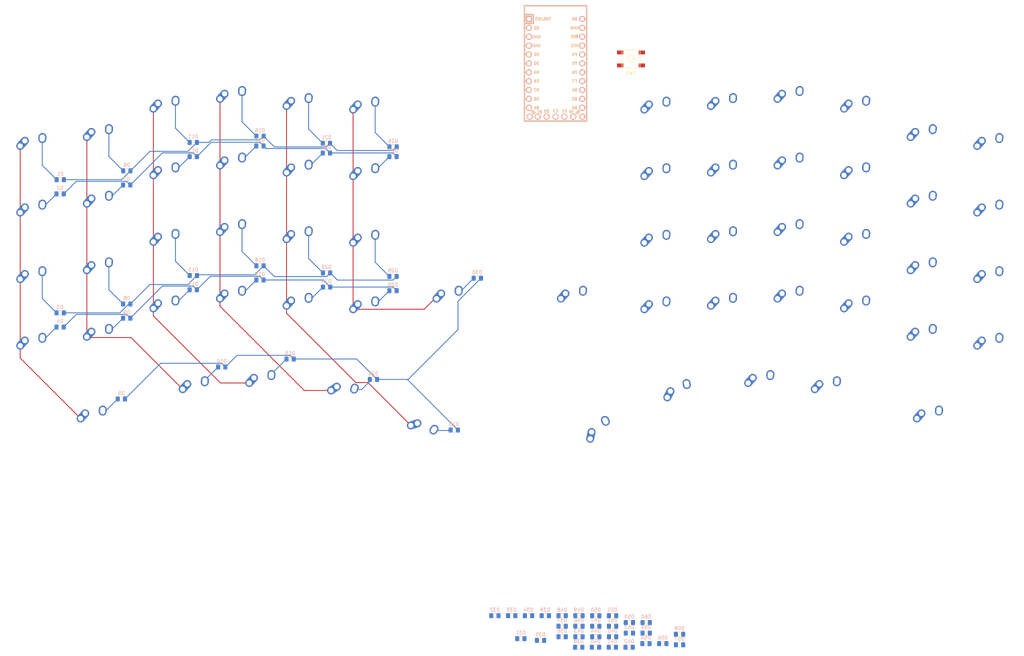
<source format=kicad_pcb>
(kicad_pcb (version 20171130) (host pcbnew "(5.1.9-0-10_14)")
  (layers (0 F.Cu signal) (31 B.Cu signal) (34 B.Paste user) (35 F.Paste user) (36 B.SilkS user) (37 F.SilkS user) (38 B.Mask user) (39 F.Mask user) (44 Edge.Cuts user))
  (net 0 "")
  (net 1 "Net-(D1-Pad2)")
  (net 2 ROW0)
  (net 3 "Net-(D2-Pad2)")
  (net 4 ROW1)
  (net 5 "Net-(D3-Pad2)")
  (net 6 ROW2)
  (net 7 "Net-(D4-Pad2)")
  (net 8 ROW3)
  (net 9 "Net-(D5-Pad2)")
  (net 10 ROW4)
  (net 11 "Net-(D6-Pad2)")
  (net 12 "Net-(D7-Pad2)")
  (net 13 "Net-(D8-Pad2)")
  (net 14 "Net-(D9-Pad2)")
  (net 15 "Net-(D10-Pad2)")
  (net 16 "Net-(D11-Pad2)")
  (net 17 "Net-(D12-Pad2)")
  (net 18 "Net-(D13-Pad2)")
  (net 19 "Net-(D14-Pad2)")
  (net 20 "Net-(D15-Pad2)")
  (net 21 "Net-(D16-Pad2)")
  (net 22 "Net-(D17-Pad2)")
  (net 23 "Net-(D18-Pad2)")
  (net 24 "Net-(D19-Pad2)")
  (net 25 "Net-(D20-Pad2)")
  (net 26 "Net-(D21-Pad2)")
  (net 27 "Net-(D22-Pad2)")
  (net 28 "Net-(D23-Pad2)")
  (net 29 "Net-(D24-Pad2)")
  (net 30 "Net-(D25-Pad2)")
  (net 31 "Net-(D26-Pad2)")
  (net 32 "Net-(D27-Pad2)")
  (net 33 "Net-(D28-Pad2)")
  (net 34 "Net-(D29-Pad2)")
  (net 35 "Net-(D30-Pad2)")
  (net 36 "Net-(D31-Pad2)")
  (net 37 ROW9)
  (net 38 "Net-(D32-Pad2)")
  (net 39 ROW8)
  (net 40 "Net-(D33-Pad2)")
  (net 41 ROW7)
  (net 42 "Net-(D34-Pad2)")
  (net 43 ROW6)
  (net 44 "Net-(D35-Pad2)")
  (net 45 ROW5)
  (net 46 "Net-(D36-Pad2)")
  (net 47 "Net-(D37-Pad2)")
  (net 48 "Net-(D38-Pad2)")
  (net 49 "Net-(D39-Pad2)")
  (net 50 "Net-(D40-Pad2)")
  (net 51 "Net-(D41-Pad2)")
  (net 52 "Net-(D42-Pad2)")
  (net 53 "Net-(D43-Pad2)")
  (net 54 "Net-(D44-Pad2)")
  (net 55 "Net-(D45-Pad2)")
  (net 56 "Net-(D46-Pad2)")
  (net 57 "Net-(D47-Pad2)")
  (net 58 "Net-(D48-Pad2)")
  (net 59 "Net-(D49-Pad2)")
  (net 60 "Net-(D50-Pad2)")
  (net 61 "Net-(D51-Pad2)")
  (net 62 "Net-(D52-Pad2)")
  (net 63 "Net-(D53-Pad2)")
  (net 64 "Net-(D54-Pad2)")
  (net 65 "Net-(D55-Pad2)")
  (net 66 "Net-(D56-Pad2)")
  (net 67 "Net-(D57-Pad2)")
  (net 68 "Net-(D58-Pad2)")
  (net 69 "Net-(D59-Pad2)")
  (net 70 "Net-(D60-Pad2)")
  (net 71 COL0)
  (net 72 COL1)
  (net 73 COL2)
  (net 74 COL3)
  (net 75 COL4)
  (net 76 COL5)
  (net 77 GND)
  (net 78 "Net-(SW1-Pad1)")
  (net 79 "Net-(U1-Pad25)")
  (net 80 "Net-(U1-Pad26)")
  (net 81 "Net-(U1-Pad27)")
  (net 82 "Net-(U1-Pad28)")
  (net 83 "Net-(U1-Pad29)")
  (net 84 "Net-(U1-Pad24)")
  (net 85 "Net-(U1-Pad23)")
  (net 86 "Net-(U1-Pad21)")
  (net 87 "Net-(U1-Pad6)")
  (net 88 "Net-(U1-Pad5)")
  (net 89 "Net-(U1-Pad4)")
  (net 90 "Net-(U1-Pad3)")
  (module MX_Alps_Hybrid:MX-1U-NoLED (layer F.Cu) (at 53.594 19.812)
    (fp_text reference MX17)
    (fp_text value MX-NoLED)
    (pad "" np_thru_hole circle (at 5.08 0 48.0996) (size 1.75 1.75) (drill 1.75) (layers *.Cu *.Mask))
    (pad "" np_thru_hole circle (at -5.08 0 48.0996) (size 1.75 1.75) (drill 1.75) (layers *.Cu *.Mask))
    (pad 1 thru_hole circle (at -2.5 -4) (size 2.25 2.25) (drill 1.47) (layers *.Cu B.Mask) (net 74 COL3))
    (pad "" np_thru_hole circle (at 0 0) (size 3.9878 3.9878) (drill 3.9878) (layers *.Cu *.Mask))
    (pad 1 thru_hole oval (at -3.81 -2.54 48.0996) (size 4.211556 2.25) (drill 1.47 (offset 0.980778 0)) (layers *.Cu B.Mask) (net 74 COL3))
    (pad 2 thru_hole circle (at 2.54 -5.08) (size 2.25 2.25) (drill 1.47) (layers *.Cu B.Mask) (net 22 "Net-(D17-Pad2)"))
    (pad 2 thru_hole oval (at 2.5 -4.5 86.0548) (size 2.831378 2.25) (drill 1.47 (offset 0.290689 0)) (layers *.Cu B.Mask) (net 22 "Net-(D17-Pad2)"))
  )
  (module Keebio-Parts:Elite-C (layer F.Cu) (at 145.796 -10.668 270)
    (fp_text reference U1 hide)
    (fp_text value Elite-C hide)
    (fp_text user D5 (at 12.4 2.54) (layer B.SilkS) (effects (font (size 0.8 0.8)) (justify mirror)))
    (fp_text user D5 (at 12.4 2.54) (layer F.SilkS) (effects (font (size 0.8 0.8))))
    (fp_text user F1 (at 12.4 -2.54) (layer F.SilkS) (effects (font (size 0.8 0.8))))
    (fp_text user F1 (at 12.4 -2.54) (layer B.SilkS) (effects (font (size 0.8 0.8)) (justify mirror)))
    (fp_text user C7 (at 12.4 0) (layer B.SilkS) (effects (font (size 0.8 0.8)) (justify mirror)))
    (fp_text user C7 (at 12.4 0) (layer F.SilkS) (effects (font (size 0.8 0.8))))
    (fp_text user B6 (at 12.7 -6.4 45 unlocked) (layer B.SilkS) (effects (font (size 0.7 0.7)) (justify mirror)))
    (fp_text user B6 (at 12.7 -6.4 45 unlocked) (layer F.SilkS) (effects (font (size 0.7 0.7))))
    (fp_text user F0 (at 12.6 -4.5) (layer F.SilkS) (effects (font (size 0.7 0.7))))
    (fp_text user F0 (at 12.6 -4.5) (layer B.SilkS) (effects (font (size 0.7 0.7)) (justify mirror)))
    (fp_text user B7 (at 12.6 4.5) (layer B.SilkS) (effects (font (size 0.7 0.7)) (justify mirror)))
    (fp_text user B7 (at 12.6 4.5) (layer F.SilkS) (effects (font (size 0.7 0.7))))
    (fp_text user ST (at -8.91 -5.04) (layer B.SilkS) (effects (font (size 0.8 0.8)) (justify mirror)))
    (fp_text user TX0/D3 (at -13.97 3.571872) (layer F.SilkS) (effects (font (size 0.8 0.8))))
    (fp_text user TX0/D3 (at -13.97 3.571872) (layer B.SilkS) (effects (font (size 0.8 0.8)) (justify mirror)))
    (fp_text user D2 (at -11.43 5.461) (layer F.SilkS) (effects (font (size 0.8 0.8))))
    (fp_text user D0 (at -1.27 5.461) (layer F.SilkS) (effects (font (size 0.8 0.8))))
    (fp_text user D1 (at -3.81 5.461) (layer F.SilkS) (effects (font (size 0.8 0.8))))
    (fp_text user GND (at -6.35 5.461) (layer F.SilkS) (effects (font (size 0.8 0.8))))
    (fp_text user GND (at -8.89 5.461) (layer F.SilkS) (effects (font (size 0.8 0.8))))
    (fp_text user D4 (at 1.27 5.461) (layer F.SilkS) (effects (font (size 0.8 0.8))))
    (fp_text user C6 (at 3.81 5.461) (layer F.SilkS) (effects (font (size 0.8 0.8))))
    (fp_text user D7 (at 6.35 5.461) (layer F.SilkS) (effects (font (size 0.8 0.8))))
    (fp_text user E6 (at 8.89 5.461) (layer F.SilkS) (effects (font (size 0.8 0.8))))
    (fp_text user B4 (at 11.43 5.461) (layer F.SilkS) (effects (font (size 0.8 0.8))))
    (fp_text user B5 (at 12.7 6.4 135) (layer F.SilkS) (effects (font (size 0.7 0.7))))
    (fp_text user B2 (at 11.43 -5.461) (layer B.SilkS) (effects (font (size 0.8 0.8)) (justify mirror)))
    (fp_text user B3 (at 8.89 -5.461) (layer F.SilkS) (effects (font (size 0.8 0.8))))
    (fp_text user B1 (at 6.35 -5.461) (layer F.SilkS) (effects (font (size 0.8 0.8))))
    (fp_text user F7 (at 3.81 -5.461) (layer B.SilkS) (effects (font (size 0.8 0.8)) (justify mirror)))
    (fp_text user F6 (at 1.27 -5.461) (layer B.SilkS) (effects (font (size 0.8 0.8)) (justify mirror)))
    (fp_text user F5 (at -1.27 -5.461) (layer B.SilkS) (effects (font (size 0.8 0.8)) (justify mirror)))
    (fp_text user F4 (at -3.81 -5.461) (layer F.SilkS) (effects (font (size 0.8 0.8))))
    (fp_text user VCC (at -6.35 -5.461) (layer F.SilkS) (effects (font (size 0.8 0.8))))
    (fp_text user ST (at -8.92 -5.73312) (layer F.SilkS) (effects (font (size 0.8 0.8))))
    (fp_text user GND (at -11.43 -5.461) (layer F.SilkS) (effects (font (size 0.8 0.8))))
    (fp_text user B0 (at -13.97 -5.461) (layer F.SilkS) (effects (font (size 0.8 0.8))))
    (fp_text user B0 (at -13.97 -5.461) (layer B.SilkS) (effects (font (size 0.8 0.8)) (justify mirror)))
    (fp_text user GND (at -11.43 -5.461) (layer B.SilkS) (effects (font (size 0.8 0.8)) (justify mirror)))
    (fp_text user VCC (at -6.35 -5.461) (layer B.SilkS) (effects (font (size 0.8 0.8)) (justify mirror)))
    (fp_text user F4 (at -3.81 -5.461) (layer B.SilkS) (effects (font (size 0.8 0.8)) (justify mirror)))
    (fp_text user F5 (at -1.27 -5.461) (layer F.SilkS) (effects (font (size 0.8 0.8))))
    (fp_text user F6 (at 1.27 -5.461) (layer F.SilkS) (effects (font (size 0.8 0.8))))
    (fp_text user F7 (at 3.81 -5.461) (layer F.SilkS) (effects (font (size 0.8 0.8))))
    (fp_text user B1 (at 6.35 -5.461) (layer B.SilkS) (effects (font (size 0.8 0.8)) (justify mirror)))
    (fp_text user B3 (at 8.89 -5.461) (layer B.SilkS) (effects (font (size 0.8 0.8)) (justify mirror)))
    (fp_text user B2 (at 11.43 -5.461) (layer F.SilkS) (effects (font (size 0.8 0.8))))
    (fp_text user B5 (at 12.7 6.4 135) (layer B.SilkS) (effects (font (size 0.7 0.7)) (justify mirror)))
    (fp_text user B4 (at 11.43 5.461) (layer B.SilkS) (effects (font (size 0.8 0.8)) (justify mirror)))
    (fp_text user E6 (at 8.89 5.461) (layer B.SilkS) (effects (font (size 0.8 0.8)) (justify mirror)))
    (fp_text user D7 (at 6.35 5.461) (layer B.SilkS) (effects (font (size 0.8 0.8)) (justify mirror)))
    (fp_text user C6 (at 3.81 5.461) (layer B.SilkS) (effects (font (size 0.8 0.8)) (justify mirror)))
    (fp_text user D4 (at 1.27 5.461) (layer B.SilkS) (effects (font (size 0.8 0.8)) (justify mirror)))
    (fp_text user GND (at -8.89 5.461) (layer B.SilkS) (effects (font (size 0.8 0.8)) (justify mirror)))
    (fp_text user GND (at -6.35 5.461) (layer B.SilkS) (effects (font (size 0.8 0.8)) (justify mirror)))
    (fp_text user D1 (at -3.81 5.461) (layer B.SilkS) (effects (font (size 0.8 0.8)) (justify mirror)))
    (fp_text user D0 (at -1.27 5.461) (layer B.SilkS) (effects (font (size 0.8 0.8)) (justify mirror)))
    (fp_text user D2 (at -11.43 5.461) (layer B.SilkS) (effects (font (size 0.8 0.8)) (justify mirror)))
    (pad 25 thru_hole circle (at 13.97 5.08 270) (size 1.7526 1.7526) (drill 1.0922) (layers *.Cu *.SilkS *.Mask) (net 79 "Net-(U1-Pad25)"))
    (pad 26 thru_hole circle (at 13.97 2.54 270) (size 1.7526 1.7526) (drill 1.0922) (layers *.Cu *.SilkS *.Mask) (net 80 "Net-(U1-Pad26)"))
    (pad 27 thru_hole circle (at 13.97 0 270) (size 1.7526 1.7526) (drill 1.0922) (layers *.Cu *.SilkS *.Mask) (net 81 "Net-(U1-Pad27)"))
    (pad 28 thru_hole circle (at 13.97 -2.54 270) (size 1.7526 1.7526) (drill 1.0922) (layers *.Cu *.SilkS *.Mask) (net 82 "Net-(U1-Pad28)"))
    (pad 29 thru_hole circle (at 13.97 -5.08 270) (size 1.7526 1.7526) (drill 1.0922) (layers *.Cu *.SilkS *.Mask) (net 83 "Net-(U1-Pad29)"))
    (pad 24 thru_hole circle (at -13.97 -7.62 270) (size 1.7526 1.7526) (drill 1.0922) (layers *.Cu *.SilkS *.Mask) (net 84 "Net-(U1-Pad24)"))
    (pad 12 thru_hole circle (at 13.97 7.3914 270) (size 1.7526 1.7526) (drill 1.0922) (layers *.Cu *.SilkS *.Mask) (net 10 ROW4))
    (pad 23 thru_hole circle (at -11.43 -7.62 270) (size 1.7526 1.7526) (drill 1.0922) (layers *.Cu *.SilkS *.Mask) (net 85 "Net-(U1-Pad23)"))
    (pad 22 thru_hole circle (at -8.89 -7.62 270) (size 1.7526 1.7526) (drill 1.0922) (layers *.Cu *.SilkS *.Mask) (net 78 "Net-(SW1-Pad1)"))
    (pad 21 thru_hole circle (at -6.35 -7.62 270) (size 1.7526 1.7526) (drill 1.0922) (layers *.Cu *.SilkS *.Mask) (net 86 "Net-(U1-Pad21)"))
    (pad 20 thru_hole circle (at -3.81 -7.62 270) (size 1.7526 1.7526) (drill 1.0922) (layers *.Cu *.SilkS *.Mask) (net 74 COL3))
    (pad 19 thru_hole circle (at -1.27 -7.62 270) (size 1.7526 1.7526) (drill 1.0922) (layers *.Cu *.SilkS *.Mask) (net 75 COL4))
    (pad 18 thru_hole circle (at 1.27 -7.62 270) (size 1.7526 1.7526) (drill 1.0922) (layers *.Cu *.SilkS *.Mask) (net 76 COL5))
    (pad 17 thru_hole circle (at 3.81 -7.62 270) (size 1.7526 1.7526) (drill 1.0922) (layers *.Cu *.SilkS *.Mask) (net 45 ROW5))
    (pad 16 thru_hole circle (at 6.35 -7.62 270) (size 1.7526 1.7526) (drill 1.0922) (layers *.Cu *.SilkS *.Mask) (net 43 ROW6))
    (pad 15 thru_hole circle (at 8.89 -7.62 270) (size 1.7526 1.7526) (drill 1.0922) (layers *.Cu *.SilkS *.Mask) (net 41 ROW7))
    (pad 14 thru_hole circle (at 11.43 -7.62 270) (size 1.7526 1.7526) (drill 1.0922) (layers *.Cu *.SilkS *.Mask) (net 39 ROW8))
    (pad 13 thru_hole circle (at 13.97 -7.62 270) (size 1.7526 1.7526) (drill 1.0922) (layers *.Cu *.SilkS *.Mask) (net 37 ROW9))
    (pad 11 thru_hole circle (at 11.43 7.62 270) (size 1.7526 1.7526) (drill 1.0922) (layers *.Cu *.SilkS *.Mask) (net 8 ROW3))
    (pad 10 thru_hole circle (at 8.89 7.62 270) (size 1.7526 1.7526) (drill 1.0922) (layers *.Cu *.SilkS *.Mask) (net 6 ROW2))
    (pad 9 thru_hole circle (at 6.35 7.62 270) (size 1.7526 1.7526) (drill 1.0922) (layers *.Cu *.SilkS *.Mask) (net 4 ROW1))
    (pad 8 thru_hole circle (at 3.81 7.62 270) (size 1.7526 1.7526) (drill 1.0922) (layers *.Cu *.SilkS *.Mask) (net 2 ROW0))
    (pad 7 thru_hole circle (at 1.27 7.62 270) (size 1.7526 1.7526) (drill 1.0922) (layers *.Cu *.SilkS *.Mask) (net 73 COL2))
    (pad 6 thru_hole circle (at -1.27 7.62 270) (size 1.7526 1.7526) (drill 1.0922) (layers *.Cu *.SilkS *.Mask) (net 87 "Net-(U1-Pad6)"))
    (pad 5 thru_hole circle (at -3.81 7.62 270) (size 1.7526 1.7526) (drill 1.0922) (layers *.Cu *.SilkS *.Mask) (net 88 "Net-(U1-Pad5)"))
    (pad 4 thru_hole circle (at -6.35 7.62 270) (size 1.7526 1.7526) (drill 1.0922) (layers *.Cu *.SilkS *.Mask) (net 89 "Net-(U1-Pad4)"))
    (pad 3 thru_hole circle (at -8.89 7.62 270) (size 1.7526 1.7526) (drill 1.0922) (layers *.Cu *.SilkS *.Mask) (net 90 "Net-(U1-Pad3)"))
    (pad 2 thru_hole circle (at -11.43 7.62 270) (size 1.7526 1.7526) (drill 1.0922) (layers *.Cu *.SilkS *.Mask) (net 72 COL1))
    (pad 1 thru_hole rect (at -13.97 7.62 270) (size 1.7526 1.7526) (drill 1.0922) (layers *.Cu *.SilkS *.Mask) (net 71 COL0))
  )
  (module random-keyboard-parts:SKQG-1155865 (layer F.Cu) (at 167.386 -13.208)
    (fp_text reference SW1 (at 0 4.064) (layer F.SilkS))
    (fp_text value SW_Push)
    (pad 4 smd rect (at -3.1 1.85) (size 1.8 1.1) (layers F.Cu F.Paste F.Mask))
    (pad 3 smd rect (at 3.1 -1.85) (size 1.8 1.1) (layers F.Cu F.Paste F.Mask))
    (pad 2 smd rect (at -3.1 -1.85) (size 1.8 1.1) (layers F.Cu F.Paste F.Mask) (net 77 GND))
    (pad 1 smd rect (at 3.1 1.85) (size 1.8 1.1) (layers F.Cu F.Paste F.Mask) (net 78 "Net-(SW1-Pad1)"))
  )
  (module MX_Alps_Hybrid:MX-1U-NoLED (layer F.Cu) (at 252.984 92.202)
    (fp_text reference MX60)
    (fp_text value MX-NoLED)
    (pad "" np_thru_hole circle (at 5.08 0 48.0996) (size 1.75 1.75) (drill 1.75) (layers *.Cu *.Mask))
    (pad "" np_thru_hole circle (at -5.08 0 48.0996) (size 1.75 1.75) (drill 1.75) (layers *.Cu *.Mask))
    (pad 1 thru_hole circle (at -2.5 -4) (size 2.25 2.25) (drill 1.47) (layers *.Cu B.Mask) (net 71 COL0))
    (pad "" np_thru_hole circle (at 0 0) (size 3.9878 3.9878) (drill 3.9878) (layers *.Cu *.Mask))
    (pad 1 thru_hole oval (at -3.81 -2.54 48.0996) (size 4.211556 2.25) (drill 1.47 (offset 0.980778 0)) (layers *.Cu B.Mask) (net 71 COL0))
    (pad 2 thru_hole circle (at 2.54 -5.08) (size 2.25 2.25) (drill 1.47) (layers *.Cu B.Mask) (net 70 "Net-(D60-Pad2)"))
    (pad 2 thru_hole oval (at 2.5 -4.5 86.0548) (size 2.831378 2.25) (drill 1.47 (offset 0.290689 0)) (layers *.Cu B.Mask) (net 70 "Net-(D60-Pad2)"))
  )
  (module MX_Alps_Hybrid:MX-1U-NoLED (layer F.Cu) (at 270.256 71.374)
    (fp_text reference MX59)
    (fp_text value MX-NoLED)
    (pad "" np_thru_hole circle (at 5.08 0 48.0996) (size 1.75 1.75) (drill 1.75) (layers *.Cu *.Mask))
    (pad "" np_thru_hole circle (at -5.08 0 48.0996) (size 1.75 1.75) (drill 1.75) (layers *.Cu *.Mask))
    (pad 1 thru_hole circle (at -2.5 -4) (size 2.25 2.25) (drill 1.47) (layers *.Cu B.Mask) (net 71 COL0))
    (pad "" np_thru_hole circle (at 0 0) (size 3.9878 3.9878) (drill 3.9878) (layers *.Cu *.Mask))
    (pad 1 thru_hole oval (at -3.81 -2.54 48.0996) (size 4.211556 2.25) (drill 1.47 (offset 0.980778 0)) (layers *.Cu B.Mask) (net 71 COL0))
    (pad 2 thru_hole circle (at 2.54 -5.08) (size 2.25 2.25) (drill 1.47) (layers *.Cu B.Mask) (net 69 "Net-(D59-Pad2)"))
    (pad 2 thru_hole oval (at 2.5 -4.5 86.0548) (size 2.831378 2.25) (drill 1.47 (offset 0.290689 0)) (layers *.Cu B.Mask) (net 69 "Net-(D59-Pad2)"))
  )
  (module MX_Alps_Hybrid:MX-1U-NoLED (layer F.Cu) (at 270.256 52.324)
    (fp_text reference MX58)
    (fp_text value MX-NoLED)
    (pad "" np_thru_hole circle (at 5.08 0 48.0996) (size 1.75 1.75) (drill 1.75) (layers *.Cu *.Mask))
    (pad "" np_thru_hole circle (at -5.08 0 48.0996) (size 1.75 1.75) (drill 1.75) (layers *.Cu *.Mask))
    (pad 1 thru_hole circle (at -2.5 -4) (size 2.25 2.25) (drill 1.47) (layers *.Cu B.Mask) (net 71 COL0))
    (pad "" np_thru_hole circle (at 0 0) (size 3.9878 3.9878) (drill 3.9878) (layers *.Cu *.Mask))
    (pad 1 thru_hole oval (at -3.81 -2.54 48.0996) (size 4.211556 2.25) (drill 1.47 (offset 0.980778 0)) (layers *.Cu B.Mask) (net 71 COL0))
    (pad 2 thru_hole circle (at 2.54 -5.08) (size 2.25 2.25) (drill 1.47) (layers *.Cu B.Mask) (net 68 "Net-(D58-Pad2)"))
    (pad 2 thru_hole oval (at 2.5 -4.5 86.0548) (size 2.831378 2.25) (drill 1.47 (offset 0.290689 0)) (layers *.Cu B.Mask) (net 68 "Net-(D58-Pad2)"))
  )
  (module MX_Alps_Hybrid:MX-1U-NoLED (layer F.Cu) (at 270.256 33.274)
    (fp_text reference MX57)
    (fp_text value MX-NoLED)
    (pad "" np_thru_hole circle (at 5.08 0 48.0996) (size 1.75 1.75) (drill 1.75) (layers *.Cu *.Mask))
    (pad "" np_thru_hole circle (at -5.08 0 48.0996) (size 1.75 1.75) (drill 1.75) (layers *.Cu *.Mask))
    (pad 1 thru_hole circle (at -2.5 -4) (size 2.25 2.25) (drill 1.47) (layers *.Cu B.Mask) (net 71 COL0))
    (pad "" np_thru_hole circle (at 0 0) (size 3.9878 3.9878) (drill 3.9878) (layers *.Cu *.Mask))
    (pad 1 thru_hole oval (at -3.81 -2.54 48.0996) (size 4.211556 2.25) (drill 1.47 (offset 0.980778 0)) (layers *.Cu B.Mask) (net 71 COL0))
    (pad 2 thru_hole circle (at 2.54 -5.08) (size 2.25 2.25) (drill 1.47) (layers *.Cu B.Mask) (net 67 "Net-(D57-Pad2)"))
    (pad 2 thru_hole oval (at 2.5 -4.5 86.0548) (size 2.831378 2.25) (drill 1.47 (offset 0.290689 0)) (layers *.Cu B.Mask) (net 67 "Net-(D57-Pad2)"))
  )
  (module MX_Alps_Hybrid:MX-1U-NoLED (layer F.Cu) (at 270.256 14.224)
    (fp_text reference MX56)
    (fp_text value MX-NoLED)
    (pad "" np_thru_hole circle (at 5.08 0 48.0996) (size 1.75 1.75) (drill 1.75) (layers *.Cu *.Mask))
    (pad "" np_thru_hole circle (at -5.08 0 48.0996) (size 1.75 1.75) (drill 1.75) (layers *.Cu *.Mask))
    (pad 1 thru_hole circle (at -2.5 -4) (size 2.25 2.25) (drill 1.47) (layers *.Cu B.Mask) (net 71 COL0))
    (pad "" np_thru_hole circle (at 0 0) (size 3.9878 3.9878) (drill 3.9878) (layers *.Cu *.Mask))
    (pad 1 thru_hole oval (at -3.81 -2.54 48.0996) (size 4.211556 2.25) (drill 1.47 (offset 0.980778 0)) (layers *.Cu B.Mask) (net 71 COL0))
    (pad 2 thru_hole circle (at 2.54 -5.08) (size 2.25 2.25) (drill 1.47) (layers *.Cu B.Mask) (net 66 "Net-(D56-Pad2)"))
    (pad 2 thru_hole oval (at 2.5 -4.5 86.0548) (size 2.831378 2.25) (drill 1.47 (offset 0.290689 0)) (layers *.Cu B.Mask) (net 66 "Net-(D56-Pad2)"))
  )
  (module MX_Alps_Hybrid:MX-1U-NoLED (layer F.Cu) (at 223.774 83.82)
    (fp_text reference MX55)
    (fp_text value MX-NoLED)
    (pad "" np_thru_hole circle (at 5.08 0 48.0996) (size 1.75 1.75) (drill 1.75) (layers *.Cu *.Mask))
    (pad "" np_thru_hole circle (at -5.08 0 48.0996) (size 1.75 1.75) (drill 1.75) (layers *.Cu *.Mask))
    (pad 1 thru_hole circle (at -2.5 -4) (size 2.25 2.25) (drill 1.47) (layers *.Cu B.Mask) (net 72 COL1))
    (pad "" np_thru_hole circle (at 0 0) (size 3.9878 3.9878) (drill 3.9878) (layers *.Cu *.Mask))
    (pad 1 thru_hole oval (at -3.81 -2.54 48.0996) (size 4.211556 2.25) (drill 1.47 (offset 0.980778 0)) (layers *.Cu B.Mask) (net 72 COL1))
    (pad 2 thru_hole circle (at 2.54 -5.08) (size 2.25 2.25) (drill 1.47) (layers *.Cu B.Mask) (net 65 "Net-(D55-Pad2)"))
    (pad 2 thru_hole oval (at 2.5 -4.5 86.0548) (size 2.831378 2.25) (drill 1.47 (offset 0.290689 0)) (layers *.Cu B.Mask) (net 65 "Net-(D55-Pad2)"))
  )
  (module MX_Alps_Hybrid:MX-1U-NoLED (layer F.Cu) (at 251.206 68.834)
    (fp_text reference MX54)
    (fp_text value MX-NoLED)
    (pad "" np_thru_hole circle (at 5.08 0 48.0996) (size 1.75 1.75) (drill 1.75) (layers *.Cu *.Mask))
    (pad "" np_thru_hole circle (at -5.08 0 48.0996) (size 1.75 1.75) (drill 1.75) (layers *.Cu *.Mask))
    (pad 1 thru_hole circle (at -2.5 -4) (size 2.25 2.25) (drill 1.47) (layers *.Cu B.Mask) (net 72 COL1))
    (pad "" np_thru_hole circle (at 0 0) (size 3.9878 3.9878) (drill 3.9878) (layers *.Cu *.Mask))
    (pad 1 thru_hole oval (at -3.81 -2.54 48.0996) (size 4.211556 2.25) (drill 1.47 (offset 0.980778 0)) (layers *.Cu B.Mask) (net 72 COL1))
    (pad 2 thru_hole circle (at 2.54 -5.08) (size 2.25 2.25) (drill 1.47) (layers *.Cu B.Mask) (net 64 "Net-(D54-Pad2)"))
    (pad 2 thru_hole oval (at 2.5 -4.5 86.0548) (size 2.831378 2.25) (drill 1.47 (offset 0.290689 0)) (layers *.Cu B.Mask) (net 64 "Net-(D54-Pad2)"))
  )
  (module MX_Alps_Hybrid:MX-1U-NoLED (layer F.Cu) (at 251.206 49.784)
    (fp_text reference MX53)
    (fp_text value MX-NoLED)
    (pad "" np_thru_hole circle (at 5.08 0 48.0996) (size 1.75 1.75) (drill 1.75) (layers *.Cu *.Mask))
    (pad "" np_thru_hole circle (at -5.08 0 48.0996) (size 1.75 1.75) (drill 1.75) (layers *.Cu *.Mask))
    (pad 1 thru_hole circle (at -2.5 -4) (size 2.25 2.25) (drill 1.47) (layers *.Cu B.Mask) (net 72 COL1))
    (pad "" np_thru_hole circle (at 0 0) (size 3.9878 3.9878) (drill 3.9878) (layers *.Cu *.Mask))
    (pad 1 thru_hole oval (at -3.81 -2.54 48.0996) (size 4.211556 2.25) (drill 1.47 (offset 0.980778 0)) (layers *.Cu B.Mask) (net 72 COL1))
    (pad 2 thru_hole circle (at 2.54 -5.08) (size 2.25 2.25) (drill 1.47) (layers *.Cu B.Mask) (net 63 "Net-(D53-Pad2)"))
    (pad 2 thru_hole oval (at 2.5 -4.5 86.0548) (size 2.831378 2.25) (drill 1.47 (offset 0.290689 0)) (layers *.Cu B.Mask) (net 63 "Net-(D53-Pad2)"))
  )
  (module MX_Alps_Hybrid:MX-1U-NoLED (layer F.Cu) (at 251.206 30.734)
    (fp_text reference MX52)
    (fp_text value MX-NoLED)
    (pad "" np_thru_hole circle (at 5.08 0 48.0996) (size 1.75 1.75) (drill 1.75) (layers *.Cu *.Mask))
    (pad "" np_thru_hole circle (at -5.08 0 48.0996) (size 1.75 1.75) (drill 1.75) (layers *.Cu *.Mask))
    (pad 1 thru_hole circle (at -2.5 -4) (size 2.25 2.25) (drill 1.47) (layers *.Cu B.Mask) (net 72 COL1))
    (pad "" np_thru_hole circle (at 0 0) (size 3.9878 3.9878) (drill 3.9878) (layers *.Cu *.Mask))
    (pad 1 thru_hole oval (at -3.81 -2.54 48.0996) (size 4.211556 2.25) (drill 1.47 (offset 0.980778 0)) (layers *.Cu B.Mask) (net 72 COL1))
    (pad 2 thru_hole circle (at 2.54 -5.08) (size 2.25 2.25) (drill 1.47) (layers *.Cu B.Mask) (net 62 "Net-(D52-Pad2)"))
    (pad 2 thru_hole oval (at 2.5 -4.5 86.0548) (size 2.831378 2.25) (drill 1.47 (offset 0.290689 0)) (layers *.Cu B.Mask) (net 62 "Net-(D52-Pad2)"))
  )
  (module MX_Alps_Hybrid:MX-1U-NoLED (layer F.Cu) (at 251.206 11.684)
    (fp_text reference MX51)
    (fp_text value MX-NoLED)
    (pad "" np_thru_hole circle (at 5.08 0 48.0996) (size 1.75 1.75) (drill 1.75) (layers *.Cu *.Mask))
    (pad "" np_thru_hole circle (at -5.08 0 48.0996) (size 1.75 1.75) (drill 1.75) (layers *.Cu *.Mask))
    (pad 1 thru_hole circle (at -2.5 -4) (size 2.25 2.25) (drill 1.47) (layers *.Cu B.Mask) (net 72 COL1))
    (pad "" np_thru_hole circle (at 0 0) (size 3.9878 3.9878) (drill 3.9878) (layers *.Cu *.Mask))
    (pad 1 thru_hole oval (at -3.81 -2.54 48.0996) (size 4.211556 2.25) (drill 1.47 (offset 0.980778 0)) (layers *.Cu B.Mask) (net 72 COL1))
    (pad 2 thru_hole circle (at 2.54 -5.08) (size 2.25 2.25) (drill 1.47) (layers *.Cu B.Mask) (net 61 "Net-(D51-Pad2)"))
    (pad 2 thru_hole oval (at 2.5 -4.5 86.0548) (size 2.831378 2.25) (drill 1.47 (offset 0.290689 0)) (layers *.Cu B.Mask) (net 61 "Net-(D51-Pad2)"))
  )
  (module MX_Alps_Hybrid:MX-1U-NoLED (layer F.Cu) (at 204.724 82.042)
    (fp_text reference MX50)
    (fp_text value MX-NoLED)
    (pad "" np_thru_hole circle (at 5.08 0 48.0996) (size 1.75 1.75) (drill 1.75) (layers *.Cu *.Mask))
    (pad "" np_thru_hole circle (at -5.08 0 48.0996) (size 1.75 1.75) (drill 1.75) (layers *.Cu *.Mask))
    (pad 1 thru_hole circle (at -2.5 -4) (size 2.25 2.25) (drill 1.47) (layers *.Cu B.Mask) (net 73 COL2))
    (pad "" np_thru_hole circle (at 0 0) (size 3.9878 3.9878) (drill 3.9878) (layers *.Cu *.Mask))
    (pad 1 thru_hole oval (at -3.81 -2.54 48.0996) (size 4.211556 2.25) (drill 1.47 (offset 0.980778 0)) (layers *.Cu B.Mask) (net 73 COL2))
    (pad 2 thru_hole circle (at 2.54 -5.08) (size 2.25 2.25) (drill 1.47) (layers *.Cu B.Mask) (net 60 "Net-(D50-Pad2)"))
    (pad 2 thru_hole oval (at 2.5 -4.5 86.0548) (size 2.831378 2.25) (drill 1.47 (offset 0.290689 0)) (layers *.Cu B.Mask) (net 60 "Net-(D50-Pad2)"))
  )
  (module MX_Alps_Hybrid:MX-1U-NoLED (layer F.Cu) (at 232.156 60.706)
    (fp_text reference MX49)
    (fp_text value MX-NoLED)
    (pad "" np_thru_hole circle (at 5.08 0 48.0996) (size 1.75 1.75) (drill 1.75) (layers *.Cu *.Mask))
    (pad "" np_thru_hole circle (at -5.08 0 48.0996) (size 1.75 1.75) (drill 1.75) (layers *.Cu *.Mask))
    (pad 1 thru_hole circle (at -2.5 -4) (size 2.25 2.25) (drill 1.47) (layers *.Cu B.Mask) (net 73 COL2))
    (pad "" np_thru_hole circle (at 0 0) (size 3.9878 3.9878) (drill 3.9878) (layers *.Cu *.Mask))
    (pad 1 thru_hole oval (at -3.81 -2.54 48.0996) (size 4.211556 2.25) (drill 1.47 (offset 0.980778 0)) (layers *.Cu B.Mask) (net 73 COL2))
    (pad 2 thru_hole circle (at 2.54 -5.08) (size 2.25 2.25) (drill 1.47) (layers *.Cu B.Mask) (net 59 "Net-(D49-Pad2)"))
    (pad 2 thru_hole oval (at 2.5 -4.5 86.0548) (size 2.831378 2.25) (drill 1.47 (offset 0.290689 0)) (layers *.Cu B.Mask) (net 59 "Net-(D49-Pad2)"))
  )
  (module MX_Alps_Hybrid:MX-1U-NoLED (layer F.Cu) (at 232.156 41.656)
    (fp_text reference MX48)
    (fp_text value MX-NoLED)
    (pad "" np_thru_hole circle (at 5.08 0 48.0996) (size 1.75 1.75) (drill 1.75) (layers *.Cu *.Mask))
    (pad "" np_thru_hole circle (at -5.08 0 48.0996) (size 1.75 1.75) (drill 1.75) (layers *.Cu *.Mask))
    (pad 1 thru_hole circle (at -2.5 -4) (size 2.25 2.25) (drill 1.47) (layers *.Cu B.Mask) (net 73 COL2))
    (pad "" np_thru_hole circle (at 0 0) (size 3.9878 3.9878) (drill 3.9878) (layers *.Cu *.Mask))
    (pad 1 thru_hole oval (at -3.81 -2.54 48.0996) (size 4.211556 2.25) (drill 1.47 (offset 0.980778 0)) (layers *.Cu B.Mask) (net 73 COL2))
    (pad 2 thru_hole circle (at 2.54 -5.08) (size 2.25 2.25) (drill 1.47) (layers *.Cu B.Mask) (net 58 "Net-(D48-Pad2)"))
    (pad 2 thru_hole oval (at 2.5 -4.5 86.0548) (size 2.831378 2.25) (drill 1.47 (offset 0.290689 0)) (layers *.Cu B.Mask) (net 58 "Net-(D48-Pad2)"))
  )
  (module MX_Alps_Hybrid:MX-1U-NoLED (layer F.Cu) (at 232.156 22.606)
    (fp_text reference MX47)
    (fp_text value MX-NoLED)
    (pad "" np_thru_hole circle (at 5.08 0 48.0996) (size 1.75 1.75) (drill 1.75) (layers *.Cu *.Mask))
    (pad "" np_thru_hole circle (at -5.08 0 48.0996) (size 1.75 1.75) (drill 1.75) (layers *.Cu *.Mask))
    (pad 1 thru_hole circle (at -2.5 -4) (size 2.25 2.25) (drill 1.47) (layers *.Cu B.Mask) (net 73 COL2))
    (pad "" np_thru_hole circle (at 0 0) (size 3.9878 3.9878) (drill 3.9878) (layers *.Cu *.Mask))
    (pad 1 thru_hole oval (at -3.81 -2.54 48.0996) (size 4.211556 2.25) (drill 1.47 (offset 0.980778 0)) (layers *.Cu B.Mask) (net 73 COL2))
    (pad 2 thru_hole circle (at 2.54 -5.08) (size 2.25 2.25) (drill 1.47) (layers *.Cu B.Mask) (net 57 "Net-(D47-Pad2)"))
    (pad 2 thru_hole oval (at 2.5 -4.5 86.0548) (size 2.831378 2.25) (drill 1.47 (offset 0.290689 0)) (layers *.Cu B.Mask) (net 57 "Net-(D47-Pad2)"))
  )
  (module MX_Alps_Hybrid:MX-1U-NoLED (layer F.Cu) (at 232.156 3.556)
    (fp_text reference MX46)
    (fp_text value MX-NoLED)
    (pad "" np_thru_hole circle (at 5.08 0 48.0996) (size 1.75 1.75) (drill 1.75) (layers *.Cu *.Mask))
    (pad "" np_thru_hole circle (at -5.08 0 48.0996) (size 1.75 1.75) (drill 1.75) (layers *.Cu *.Mask))
    (pad 1 thru_hole circle (at -2.5 -4) (size 2.25 2.25) (drill 1.47) (layers *.Cu B.Mask) (net 73 COL2))
    (pad "" np_thru_hole circle (at 0 0) (size 3.9878 3.9878) (drill 3.9878) (layers *.Cu *.Mask))
    (pad 1 thru_hole oval (at -3.81 -2.54 48.0996) (size 4.211556 2.25) (drill 1.47 (offset 0.980778 0)) (layers *.Cu B.Mask) (net 73 COL2))
    (pad 2 thru_hole circle (at 2.54 -5.08) (size 2.25 2.25) (drill 1.47) (layers *.Cu B.Mask) (net 56 "Net-(D46-Pad2)"))
    (pad 2 thru_hole oval (at 2.5 -4.5 86.0548) (size 2.831378 2.25) (drill 1.47 (offset 0.290689 0)) (layers *.Cu B.Mask) (net 56 "Net-(D46-Pad2)"))
  )
  (module MX_Alps_Hybrid:MX-1U-NoLED (layer F.Cu) (at 182.118 85.09 15)
    (fp_text reference MX45)
    (fp_text value MX-NoLED)
    (pad "" np_thru_hole circle (at 5.08 0 63.0996) (size 1.75 1.75) (drill 1.75) (layers *.Cu *.Mask))
    (pad "" np_thru_hole circle (at -5.08 0 63.0996) (size 1.75 1.75) (drill 1.75) (layers *.Cu *.Mask))
    (pad 1 thru_hole circle (at -2.5 -4 15) (size 2.25 2.25) (drill 1.47) (layers *.Cu B.Mask) (net 74 COL3))
    (pad "" np_thru_hole circle (at 0 0 15) (size 3.9878 3.9878) (drill 3.9878) (layers *.Cu *.Mask))
    (pad 1 thru_hole oval (at -3.81 -2.54 63.0996) (size 4.211556 2.25) (drill 1.47 (offset 0.980778 0)) (layers *.Cu B.Mask) (net 74 COL3))
    (pad 2 thru_hole circle (at 2.54 -5.08 15) (size 2.25 2.25) (drill 1.47) (layers *.Cu B.Mask) (net 55 "Net-(D45-Pad2)"))
    (pad 2 thru_hole oval (at 2.5 -4.5 101.0548) (size 2.831378 2.25) (drill 1.47 (offset 0.290689 0)) (layers *.Cu B.Mask) (net 55 "Net-(D45-Pad2)"))
  )
  (module MX_Alps_Hybrid:MX-1U-NoLED (layer F.Cu) (at 213.106 57.912)
    (fp_text reference MX44)
    (fp_text value MX-NoLED)
    (pad "" np_thru_hole circle (at 5.08 0 48.0996) (size 1.75 1.75) (drill 1.75) (layers *.Cu *.Mask))
    (pad "" np_thru_hole circle (at -5.08 0 48.0996) (size 1.75 1.75) (drill 1.75) (layers *.Cu *.Mask))
    (pad 1 thru_hole circle (at -2.5 -4) (size 2.25 2.25) (drill 1.47) (layers *.Cu B.Mask) (net 74 COL3))
    (pad "" np_thru_hole circle (at 0 0) (size 3.9878 3.9878) (drill 3.9878) (layers *.Cu *.Mask))
    (pad 1 thru_hole oval (at -3.81 -2.54 48.0996) (size 4.211556 2.25) (drill 1.47 (offset 0.980778 0)) (layers *.Cu B.Mask) (net 74 COL3))
    (pad 2 thru_hole circle (at 2.54 -5.08) (size 2.25 2.25) (drill 1.47) (layers *.Cu B.Mask) (net 54 "Net-(D44-Pad2)"))
    (pad 2 thru_hole oval (at 2.5 -4.5 86.0548) (size 2.831378 2.25) (drill 1.47 (offset 0.290689 0)) (layers *.Cu B.Mask) (net 54 "Net-(D44-Pad2)"))
  )
  (module MX_Alps_Hybrid:MX-1U-NoLED (layer F.Cu) (at 213.106 38.862)
    (fp_text reference MX43)
    (fp_text value MX-NoLED)
    (pad "" np_thru_hole circle (at 5.08 0 48.0996) (size 1.75 1.75) (drill 1.75) (layers *.Cu *.Mask))
    (pad "" np_thru_hole circle (at -5.08 0 48.0996) (size 1.75 1.75) (drill 1.75) (layers *.Cu *.Mask))
    (pad 1 thru_hole circle (at -2.5 -4) (size 2.25 2.25) (drill 1.47) (layers *.Cu B.Mask) (net 74 COL3))
    (pad "" np_thru_hole circle (at 0 0) (size 3.9878 3.9878) (drill 3.9878) (layers *.Cu *.Mask))
    (pad 1 thru_hole oval (at -3.81 -2.54 48.0996) (size 4.211556 2.25) (drill 1.47 (offset 0.980778 0)) (layers *.Cu B.Mask) (net 74 COL3))
    (pad 2 thru_hole circle (at 2.54 -5.08) (size 2.25 2.25) (drill 1.47) (layers *.Cu B.Mask) (net 53 "Net-(D43-Pad2)"))
    (pad 2 thru_hole oval (at 2.5 -4.5 86.0548) (size 2.831378 2.25) (drill 1.47 (offset 0.290689 0)) (layers *.Cu B.Mask) (net 53 "Net-(D43-Pad2)"))
  )
  (module MX_Alps_Hybrid:MX-1U-NoLED (layer F.Cu) (at 213.106 19.812)
    (fp_text reference MX42)
    (fp_text value MX-NoLED)
    (pad "" np_thru_hole circle (at 5.08 0 48.0996) (size 1.75 1.75) (drill 1.75) (layers *.Cu *.Mask))
    (pad "" np_thru_hole circle (at -5.08 0 48.0996) (size 1.75 1.75) (drill 1.75) (layers *.Cu *.Mask))
    (pad 1 thru_hole circle (at -2.5 -4) (size 2.25 2.25) (drill 1.47) (layers *.Cu B.Mask) (net 74 COL3))
    (pad "" np_thru_hole circle (at 0 0) (size 3.9878 3.9878) (drill 3.9878) (layers *.Cu *.Mask))
    (pad 1 thru_hole oval (at -3.81 -2.54 48.0996) (size 4.211556 2.25) (drill 1.47 (offset 0.980778 0)) (layers *.Cu B.Mask) (net 74 COL3))
    (pad 2 thru_hole circle (at 2.54 -5.08) (size 2.25 2.25) (drill 1.47) (layers *.Cu B.Mask) (net 52 "Net-(D42-Pad2)"))
    (pad 2 thru_hole oval (at 2.5 -4.5 86.0548) (size 2.831378 2.25) (drill 1.47 (offset 0.290689 0)) (layers *.Cu B.Mask) (net 52 "Net-(D42-Pad2)"))
  )
  (module MX_Alps_Hybrid:MX-1U-NoLED (layer F.Cu) (at 213.106 0.762)
    (fp_text reference MX41)
    (fp_text value MX-NoLED)
    (pad "" np_thru_hole circle (at 5.08 0 48.0996) (size 1.75 1.75) (drill 1.75) (layers *.Cu *.Mask))
    (pad "" np_thru_hole circle (at -5.08 0 48.0996) (size 1.75 1.75) (drill 1.75) (layers *.Cu *.Mask))
    (pad 1 thru_hole circle (at -2.5 -4) (size 2.25 2.25) (drill 1.47) (layers *.Cu B.Mask) (net 74 COL3))
    (pad "" np_thru_hole circle (at 0 0) (size 3.9878 3.9878) (drill 3.9878) (layers *.Cu *.Mask))
    (pad 1 thru_hole oval (at -3.81 -2.54 48.0996) (size 4.211556 2.25) (drill 1.47 (offset 0.980778 0)) (layers *.Cu B.Mask) (net 74 COL3))
    (pad 2 thru_hole circle (at 2.54 -5.08) (size 2.25 2.25) (drill 1.47) (layers *.Cu B.Mask) (net 51 "Net-(D41-Pad2)"))
    (pad 2 thru_hole oval (at 2.5 -4.5 86.0548) (size 2.831378 2.25) (drill 1.47 (offset 0.290689 0)) (layers *.Cu B.Mask) (net 51 "Net-(D41-Pad2)"))
  )
  (module MX_Alps_Hybrid:MX-1U-NoLED (layer F.Cu) (at 160.274 95.758 30)
    (fp_text reference MX40)
    (fp_text value MX-NoLED)
    (pad "" np_thru_hole circle (at 5.08 0 78.0996) (size 1.75 1.75) (drill 1.75) (layers *.Cu *.Mask))
    (pad "" np_thru_hole circle (at -5.08 0 78.0996) (size 1.75 1.75) (drill 1.75) (layers *.Cu *.Mask))
    (pad 1 thru_hole circle (at -2.5 -4 30) (size 2.25 2.25) (drill 1.47) (layers *.Cu B.Mask) (net 75 COL4))
    (pad "" np_thru_hole circle (at 0 0 30) (size 3.9878 3.9878) (drill 3.9878) (layers *.Cu *.Mask))
    (pad 1 thru_hole oval (at -3.81 -2.54 78.0996) (size 4.211556 2.25) (drill 1.47 (offset 0.980778 0)) (layers *.Cu B.Mask) (net 75 COL4))
    (pad 2 thru_hole circle (at 2.54 -5.08 30) (size 2.25 2.25) (drill 1.47) (layers *.Cu B.Mask) (net 50 "Net-(D40-Pad2)"))
    (pad 2 thru_hole oval (at 2.5 -4.5 116.0548) (size 2.831378 2.25) (drill 1.47 (offset 0.290689 0)) (layers *.Cu B.Mask) (net 50 "Net-(D40-Pad2)"))
  )
  (module MX_Alps_Hybrid:MX-1U-NoLED (layer F.Cu) (at 194.056 59.944)
    (fp_text reference MX39)
    (fp_text value MX-NoLED)
    (pad "" np_thru_hole circle (at 5.08 0 48.0996) (size 1.75 1.75) (drill 1.75) (layers *.Cu *.Mask))
    (pad "" np_thru_hole circle (at -5.08 0 48.0996) (size 1.75 1.75) (drill 1.75) (layers *.Cu *.Mask))
    (pad 1 thru_hole circle (at -2.5 -4) (size 2.25 2.25) (drill 1.47) (layers *.Cu B.Mask) (net 75 COL4))
    (pad "" np_thru_hole circle (at 0 0) (size 3.9878 3.9878) (drill 3.9878) (layers *.Cu *.Mask))
    (pad 1 thru_hole oval (at -3.81 -2.54 48.0996) (size 4.211556 2.25) (drill 1.47 (offset 0.980778 0)) (layers *.Cu B.Mask) (net 75 COL4))
    (pad 2 thru_hole circle (at 2.54 -5.08) (size 2.25 2.25) (drill 1.47) (layers *.Cu B.Mask) (net 49 "Net-(D39-Pad2)"))
    (pad 2 thru_hole oval (at 2.5 -4.5 86.0548) (size 2.831378 2.25) (drill 1.47 (offset 0.290689 0)) (layers *.Cu B.Mask) (net 49 "Net-(D39-Pad2)"))
  )
  (module MX_Alps_Hybrid:MX-1U-NoLED (layer F.Cu) (at 194.056 40.894)
    (fp_text reference MX38)
    (fp_text value MX-NoLED)
    (pad "" np_thru_hole circle (at 5.08 0 48.0996) (size 1.75 1.75) (drill 1.75) (layers *.Cu *.Mask))
    (pad "" np_thru_hole circle (at -5.08 0 48.0996) (size 1.75 1.75) (drill 1.75) (layers *.Cu *.Mask))
    (pad 1 thru_hole circle (at -2.5 -4) (size 2.25 2.25) (drill 1.47) (layers *.Cu B.Mask) (net 75 COL4))
    (pad "" np_thru_hole circle (at 0 0) (size 3.9878 3.9878) (drill 3.9878) (layers *.Cu *.Mask))
    (pad 1 thru_hole oval (at -3.81 -2.54 48.0996) (size 4.211556 2.25) (drill 1.47 (offset 0.980778 0)) (layers *.Cu B.Mask) (net 75 COL4))
    (pad 2 thru_hole circle (at 2.54 -5.08) (size 2.25 2.25) (drill 1.47) (layers *.Cu B.Mask) (net 48 "Net-(D38-Pad2)"))
    (pad 2 thru_hole oval (at 2.5 -4.5 86.0548) (size 2.831378 2.25) (drill 1.47 (offset 0.290689 0)) (layers *.Cu B.Mask) (net 48 "Net-(D38-Pad2)"))
  )
  (module MX_Alps_Hybrid:MX-1U-NoLED (layer F.Cu) (at 194.056 21.844)
    (fp_text reference MX37)
    (fp_text value MX-NoLED)
    (pad "" np_thru_hole circle (at 5.08 0 48.0996) (size 1.75 1.75) (drill 1.75) (layers *.Cu *.Mask))
    (pad "" np_thru_hole circle (at -5.08 0 48.0996) (size 1.75 1.75) (drill 1.75) (layers *.Cu *.Mask))
    (pad 1 thru_hole circle (at -2.5 -4) (size 2.25 2.25) (drill 1.47) (layers *.Cu B.Mask) (net 75 COL4))
    (pad "" np_thru_hole circle (at 0 0) (size 3.9878 3.9878) (drill 3.9878) (layers *.Cu *.Mask))
    (pad 1 thru_hole oval (at -3.81 -2.54 48.0996) (size 4.211556 2.25) (drill 1.47 (offset 0.980778 0)) (layers *.Cu B.Mask) (net 75 COL4))
    (pad 2 thru_hole circle (at 2.54 -5.08) (size 2.25 2.25) (drill 1.47) (layers *.Cu B.Mask) (net 47 "Net-(D37-Pad2)"))
    (pad 2 thru_hole oval (at 2.5 -4.5 86.0548) (size 2.831378 2.25) (drill 1.47 (offset 0.290689 0)) (layers *.Cu B.Mask) (net 47 "Net-(D37-Pad2)"))
  )
  (module MX_Alps_Hybrid:MX-1U-NoLED (layer F.Cu) (at 194.056 2.794)
    (fp_text reference MX36)
    (fp_text value MX-NoLED)
    (pad "" np_thru_hole circle (at 5.08 0 48.0996) (size 1.75 1.75) (drill 1.75) (layers *.Cu *.Mask))
    (pad "" np_thru_hole circle (at -5.08 0 48.0996) (size 1.75 1.75) (drill 1.75) (layers *.Cu *.Mask))
    (pad 1 thru_hole circle (at -2.5 -4) (size 2.25 2.25) (drill 1.47) (layers *.Cu B.Mask) (net 75 COL4))
    (pad "" np_thru_hole circle (at 0 0) (size 3.9878 3.9878) (drill 3.9878) (layers *.Cu *.Mask))
    (pad 1 thru_hole oval (at -3.81 -2.54 48.0996) (size 4.211556 2.25) (drill 1.47 (offset 0.980778 0)) (layers *.Cu B.Mask) (net 75 COL4))
    (pad 2 thru_hole circle (at 2.54 -5.08) (size 2.25 2.25) (drill 1.47) (layers *.Cu B.Mask) (net 46 "Net-(D36-Pad2)"))
    (pad 2 thru_hole oval (at 2.5 -4.5 86.0548) (size 2.831378 2.25) (drill 1.47 (offset 0.290689 0)) (layers *.Cu B.Mask) (net 46 "Net-(D36-Pad2)"))
  )
  (module MX_Alps_Hybrid:MX-1U-NoLED (layer F.Cu) (at 151.13 57.912)
    (fp_text reference MX35)
    (fp_text value MX-NoLED)
    (pad "" np_thru_hole circle (at 5.08 0 48.0996) (size 1.75 1.75) (drill 1.75) (layers *.Cu *.Mask))
    (pad "" np_thru_hole circle (at -5.08 0 48.0996) (size 1.75 1.75) (drill 1.75) (layers *.Cu *.Mask))
    (pad 1 thru_hole circle (at -2.5 -4) (size 2.25 2.25) (drill 1.47) (layers *.Cu B.Mask) (net 76 COL5))
    (pad "" np_thru_hole circle (at 0 0) (size 3.9878 3.9878) (drill 3.9878) (layers *.Cu *.Mask))
    (pad 1 thru_hole oval (at -3.81 -2.54 48.0996) (size 4.211556 2.25) (drill 1.47 (offset 0.980778 0)) (layers *.Cu B.Mask) (net 76 COL5))
    (pad 2 thru_hole circle (at 2.54 -5.08) (size 2.25 2.25) (drill 1.47) (layers *.Cu B.Mask) (net 44 "Net-(D35-Pad2)"))
    (pad 2 thru_hole oval (at 2.5 -4.5 86.0548) (size 2.831378 2.25) (drill 1.47 (offset 0.290689 0)) (layers *.Cu B.Mask) (net 44 "Net-(D35-Pad2)"))
  )
  (module MX_Alps_Hybrid:MX-1U-NoLED (layer F.Cu) (at 175.006 60.96)
    (fp_text reference MX34)
    (fp_text value MX-NoLED)
    (pad "" np_thru_hole circle (at 5.08 0 48.0996) (size 1.75 1.75) (drill 1.75) (layers *.Cu *.Mask))
    (pad "" np_thru_hole circle (at -5.08 0 48.0996) (size 1.75 1.75) (drill 1.75) (layers *.Cu *.Mask))
    (pad 1 thru_hole circle (at -2.5 -4) (size 2.25 2.25) (drill 1.47) (layers *.Cu B.Mask) (net 76 COL5))
    (pad "" np_thru_hole circle (at 0 0) (size 3.9878 3.9878) (drill 3.9878) (layers *.Cu *.Mask))
    (pad 1 thru_hole oval (at -3.81 -2.54 48.0996) (size 4.211556 2.25) (drill 1.47 (offset 0.980778 0)) (layers *.Cu B.Mask) (net 76 COL5))
    (pad 2 thru_hole circle (at 2.54 -5.08) (size 2.25 2.25) (drill 1.47) (layers *.Cu B.Mask) (net 42 "Net-(D34-Pad2)"))
    (pad 2 thru_hole oval (at 2.5 -4.5 86.0548) (size 2.831378 2.25) (drill 1.47 (offset 0.290689 0)) (layers *.Cu B.Mask) (net 42 "Net-(D34-Pad2)"))
  )
  (module MX_Alps_Hybrid:MX-1U-NoLED (layer F.Cu) (at 175.006 41.91)
    (fp_text reference MX33)
    (fp_text value MX-NoLED)
    (pad "" np_thru_hole circle (at 5.08 0 48.0996) (size 1.75 1.75) (drill 1.75) (layers *.Cu *.Mask))
    (pad "" np_thru_hole circle (at -5.08 0 48.0996) (size 1.75 1.75) (drill 1.75) (layers *.Cu *.Mask))
    (pad 1 thru_hole circle (at -2.5 -4) (size 2.25 2.25) (drill 1.47) (layers *.Cu B.Mask) (net 76 COL5))
    (pad "" np_thru_hole circle (at 0 0) (size 3.9878 3.9878) (drill 3.9878) (layers *.Cu *.Mask))
    (pad 1 thru_hole oval (at -3.81 -2.54 48.0996) (size 4.211556 2.25) (drill 1.47 (offset 0.980778 0)) (layers *.Cu B.Mask) (net 76 COL5))
    (pad 2 thru_hole circle (at 2.54 -5.08) (size 2.25 2.25) (drill 1.47) (layers *.Cu B.Mask) (net 40 "Net-(D33-Pad2)"))
    (pad 2 thru_hole oval (at 2.5 -4.5 86.0548) (size 2.831378 2.25) (drill 1.47 (offset 0.290689 0)) (layers *.Cu B.Mask) (net 40 "Net-(D33-Pad2)"))
  )
  (module MX_Alps_Hybrid:MX-1U-NoLED (layer F.Cu) (at 175.006 22.86)
    (fp_text reference MX32)
    (fp_text value MX-NoLED)
    (pad "" np_thru_hole circle (at 5.08 0 48.0996) (size 1.75 1.75) (drill 1.75) (layers *.Cu *.Mask))
    (pad "" np_thru_hole circle (at -5.08 0 48.0996) (size 1.75 1.75) (drill 1.75) (layers *.Cu *.Mask))
    (pad 1 thru_hole circle (at -2.5 -4) (size 2.25 2.25) (drill 1.47) (layers *.Cu B.Mask) (net 76 COL5))
    (pad "" np_thru_hole circle (at 0 0) (size 3.9878 3.9878) (drill 3.9878) (layers *.Cu *.Mask))
    (pad 1 thru_hole oval (at -3.81 -2.54 48.0996) (size 4.211556 2.25) (drill 1.47 (offset 0.980778 0)) (layers *.Cu B.Mask) (net 76 COL5))
    (pad 2 thru_hole circle (at 2.54 -5.08) (size 2.25 2.25) (drill 1.47) (layers *.Cu B.Mask) (net 38 "Net-(D32-Pad2)"))
    (pad 2 thru_hole oval (at 2.5 -4.5 86.0548) (size 2.831378 2.25) (drill 1.47 (offset 0.290689 0)) (layers *.Cu B.Mask) (net 38 "Net-(D32-Pad2)"))
  )
  (module MX_Alps_Hybrid:MX-1U-NoLED (layer F.Cu) (at 175.006 3.81)
    (fp_text reference MX31)
    (fp_text value MX-NoLED)
    (pad "" np_thru_hole circle (at 5.08 0 48.0996) (size 1.75 1.75) (drill 1.75) (layers *.Cu *.Mask))
    (pad "" np_thru_hole circle (at -5.08 0 48.0996) (size 1.75 1.75) (drill 1.75) (layers *.Cu *.Mask))
    (pad 1 thru_hole circle (at -2.5 -4) (size 2.25 2.25) (drill 1.47) (layers *.Cu B.Mask) (net 76 COL5))
    (pad "" np_thru_hole circle (at 0 0) (size 3.9878 3.9878) (drill 3.9878) (layers *.Cu *.Mask))
    (pad 1 thru_hole oval (at -3.81 -2.54 48.0996) (size 4.211556 2.25) (drill 1.47 (offset 0.980778 0)) (layers *.Cu B.Mask) (net 76 COL5))
    (pad 2 thru_hole circle (at 2.54 -5.08) (size 2.25 2.25) (drill 1.47) (layers *.Cu B.Mask) (net 36 "Net-(D31-Pad2)"))
    (pad 2 thru_hole oval (at 2.5 -4.5 86.0548) (size 2.831378 2.25) (drill 1.47 (offset 0.290689 0)) (layers *.Cu B.Mask) (net 36 "Net-(D31-Pad2)"))
  )
  (module MX_Alps_Hybrid:MX-1U-NoLED (layer F.Cu) (at 115.57 57.912)
    (fp_text reference MX30)
    (fp_text value MX-NoLED)
    (pad "" np_thru_hole circle (at 5.08 0 48.0996) (size 1.75 1.75) (drill 1.75) (layers *.Cu *.Mask))
    (pad "" np_thru_hole circle (at -5.08 0 48.0996) (size 1.75 1.75) (drill 1.75) (layers *.Cu *.Mask))
    (pad 1 thru_hole circle (at -2.5 -4) (size 2.25 2.25) (drill 1.47) (layers *.Cu B.Mask) (net 76 COL5))
    (pad "" np_thru_hole circle (at 0 0) (size 3.9878 3.9878) (drill 3.9878) (layers *.Cu *.Mask))
    (pad 1 thru_hole oval (at -3.81 -2.54 48.0996) (size 4.211556 2.25) (drill 1.47 (offset 0.980778 0)) (layers *.Cu B.Mask) (net 76 COL5))
    (pad 2 thru_hole circle (at 2.54 -5.08) (size 2.25 2.25) (drill 1.47) (layers *.Cu B.Mask) (net 35 "Net-(D30-Pad2)"))
    (pad 2 thru_hole oval (at 2.5 -4.5 86.0548) (size 2.831378 2.25) (drill 1.47 (offset 0.290689 0)) (layers *.Cu B.Mask) (net 35 "Net-(D30-Pad2)"))
  )
  (module MX_Alps_Hybrid:MX-1U-NoLED (layer F.Cu) (at 91.694 60.96)
    (fp_text reference MX29)
    (fp_text value MX-NoLED)
    (pad "" np_thru_hole circle (at 5.08 0 48.0996) (size 1.75 1.75) (drill 1.75) (layers *.Cu *.Mask))
    (pad "" np_thru_hole circle (at -5.08 0 48.0996) (size 1.75 1.75) (drill 1.75) (layers *.Cu *.Mask))
    (pad 1 thru_hole circle (at -2.5 -4) (size 2.25 2.25) (drill 1.47) (layers *.Cu B.Mask) (net 76 COL5))
    (pad "" np_thru_hole circle (at 0 0) (size 3.9878 3.9878) (drill 3.9878) (layers *.Cu *.Mask))
    (pad 1 thru_hole oval (at -3.81 -2.54 48.0996) (size 4.211556 2.25) (drill 1.47 (offset 0.980778 0)) (layers *.Cu B.Mask) (net 76 COL5))
    (pad 2 thru_hole circle (at 2.54 -5.08) (size 2.25 2.25) (drill 1.47) (layers *.Cu B.Mask) (net 34 "Net-(D29-Pad2)"))
    (pad 2 thru_hole oval (at 2.5 -4.5 86.0548) (size 2.831378 2.25) (drill 1.47 (offset 0.290689 0)) (layers *.Cu B.Mask) (net 34 "Net-(D29-Pad2)"))
  )
  (module MX_Alps_Hybrid:MX-1U-NoLED (layer F.Cu) (at 91.694 41.91)
    (fp_text reference MX28)
    (fp_text value MX-NoLED)
    (pad "" np_thru_hole circle (at 5.08 0 48.0996) (size 1.75 1.75) (drill 1.75) (layers *.Cu *.Mask))
    (pad "" np_thru_hole circle (at -5.08 0 48.0996) (size 1.75 1.75) (drill 1.75) (layers *.Cu *.Mask))
    (pad 1 thru_hole circle (at -2.5 -4) (size 2.25 2.25) (drill 1.47) (layers *.Cu B.Mask) (net 76 COL5))
    (pad "" np_thru_hole circle (at 0 0) (size 3.9878 3.9878) (drill 3.9878) (layers *.Cu *.Mask))
    (pad 1 thru_hole oval (at -3.81 -2.54 48.0996) (size 4.211556 2.25) (drill 1.47 (offset 0.980778 0)) (layers *.Cu B.Mask) (net 76 COL5))
    (pad 2 thru_hole circle (at 2.54 -5.08) (size 2.25 2.25) (drill 1.47) (layers *.Cu B.Mask) (net 33 "Net-(D28-Pad2)"))
    (pad 2 thru_hole oval (at 2.5 -4.5 86.0548) (size 2.831378 2.25) (drill 1.47 (offset 0.290689 0)) (layers *.Cu B.Mask) (net 33 "Net-(D28-Pad2)"))
  )
  (module MX_Alps_Hybrid:MX-1U-NoLED (layer F.Cu) (at 91.694 22.86)
    (fp_text reference MX27)
    (fp_text value MX-NoLED)
    (pad "" np_thru_hole circle (at 5.08 0 48.0996) (size 1.75 1.75) (drill 1.75) (layers *.Cu *.Mask))
    (pad "" np_thru_hole circle (at -5.08 0 48.0996) (size 1.75 1.75) (drill 1.75) (layers *.Cu *.Mask))
    (pad 1 thru_hole circle (at -2.5 -4) (size 2.25 2.25) (drill 1.47) (layers *.Cu B.Mask) (net 76 COL5))
    (pad "" np_thru_hole circle (at 0 0) (size 3.9878 3.9878) (drill 3.9878) (layers *.Cu *.Mask))
    (pad 1 thru_hole oval (at -3.81 -2.54 48.0996) (size 4.211556 2.25) (drill 1.47 (offset 0.980778 0)) (layers *.Cu B.Mask) (net 76 COL5))
    (pad 2 thru_hole circle (at 2.54 -5.08) (size 2.25 2.25) (drill 1.47) (layers *.Cu B.Mask) (net 32 "Net-(D27-Pad2)"))
    (pad 2 thru_hole oval (at 2.5 -4.5 86.0548) (size 2.831378 2.25) (drill 1.47 (offset 0.290689 0)) (layers *.Cu B.Mask) (net 32 "Net-(D27-Pad2)"))
  )
  (module MX_Alps_Hybrid:MX-1U-NoLED (layer F.Cu) (at 91.694 3.81)
    (fp_text reference MX26)
    (fp_text value MX-NoLED)
    (pad "" np_thru_hole circle (at 5.08 0 48.0996) (size 1.75 1.75) (drill 1.75) (layers *.Cu *.Mask))
    (pad "" np_thru_hole circle (at -5.08 0 48.0996) (size 1.75 1.75) (drill 1.75) (layers *.Cu *.Mask))
    (pad 1 thru_hole circle (at -2.5 -4) (size 2.25 2.25) (drill 1.47) (layers *.Cu B.Mask) (net 76 COL5))
    (pad "" np_thru_hole circle (at 0 0) (size 3.9878 3.9878) (drill 3.9878) (layers *.Cu *.Mask))
    (pad 1 thru_hole oval (at -3.81 -2.54 48.0996) (size 4.211556 2.25) (drill 1.47 (offset 0.980778 0)) (layers *.Cu B.Mask) (net 76 COL5))
    (pad 2 thru_hole circle (at 2.54 -5.08) (size 2.25 2.25) (drill 1.47) (layers *.Cu B.Mask) (net 31 "Net-(D26-Pad2)"))
    (pad 2 thru_hole oval (at 2.5 -4.5 86.0548) (size 2.831378 2.25) (drill 1.47 (offset 0.290689 0)) (layers *.Cu B.Mask) (net 31 "Net-(D26-Pad2)"))
  )
  (module MX_Alps_Hybrid:MX-1U-NoLED (layer F.Cu) (at 106.426 95.758 330)
    (fp_text reference MX25)
    (fp_text value MX-NoLED)
    (pad "" np_thru_hole circle (at 5.08 0 18.0996) (size 1.75 1.75) (drill 1.75) (layers *.Cu *.Mask))
    (pad "" np_thru_hole circle (at -5.08 0 18.0996) (size 1.75 1.75) (drill 1.75) (layers *.Cu *.Mask))
    (pad 1 thru_hole circle (at -2.5 -4 330) (size 2.25 2.25) (drill 1.47) (layers *.Cu B.Mask) (net 75 COL4))
    (pad "" np_thru_hole circle (at 0 0 330) (size 3.9878 3.9878) (drill 3.9878) (layers *.Cu *.Mask))
    (pad 1 thru_hole oval (at -3.81 -2.54 18.0996) (size 4.211556 2.25) (drill 1.47 (offset 0.980778 0)) (layers *.Cu B.Mask) (net 75 COL4))
    (pad 2 thru_hole circle (at 2.54 -5.08 330) (size 2.25 2.25) (drill 1.47) (layers *.Cu B.Mask) (net 30 "Net-(D25-Pad2)"))
    (pad 2 thru_hole oval (at 2.5 -4.5 56.0548) (size 2.831378 2.25) (drill 1.47 (offset 0.290689 0)) (layers *.Cu B.Mask) (net 30 "Net-(D25-Pad2)"))
  )
  (module MX_Alps_Hybrid:MX-1U-NoLED (layer F.Cu) (at 72.644 59.944)
    (fp_text reference MX24)
    (fp_text value MX-NoLED)
    (pad "" np_thru_hole circle (at 5.08 0 48.0996) (size 1.75 1.75) (drill 1.75) (layers *.Cu *.Mask))
    (pad "" np_thru_hole circle (at -5.08 0 48.0996) (size 1.75 1.75) (drill 1.75) (layers *.Cu *.Mask))
    (pad 1 thru_hole circle (at -2.5 -4) (size 2.25 2.25) (drill 1.47) (layers *.Cu B.Mask) (net 75 COL4))
    (pad "" np_thru_hole circle (at 0 0) (size 3.9878 3.9878) (drill 3.9878) (layers *.Cu *.Mask))
    (pad 1 thru_hole oval (at -3.81 -2.54 48.0996) (size 4.211556 2.25) (drill 1.47 (offset 0.980778 0)) (layers *.Cu B.Mask) (net 75 COL4))
    (pad 2 thru_hole circle (at 2.54 -5.08) (size 2.25 2.25) (drill 1.47) (layers *.Cu B.Mask) (net 29 "Net-(D24-Pad2)"))
    (pad 2 thru_hole oval (at 2.5 -4.5 86.0548) (size 2.831378 2.25) (drill 1.47 (offset 0.290689 0)) (layers *.Cu B.Mask) (net 29 "Net-(D24-Pad2)"))
  )
  (module MX_Alps_Hybrid:MX-1U-NoLED (layer F.Cu) (at 72.644 40.894)
    (fp_text reference MX23)
    (fp_text value MX-NoLED)
    (pad "" np_thru_hole circle (at 5.08 0 48.0996) (size 1.75 1.75) (drill 1.75) (layers *.Cu *.Mask))
    (pad "" np_thru_hole circle (at -5.08 0 48.0996) (size 1.75 1.75) (drill 1.75) (layers *.Cu *.Mask))
    (pad 1 thru_hole circle (at -2.5 -4) (size 2.25 2.25) (drill 1.47) (layers *.Cu B.Mask) (net 75 COL4))
    (pad "" np_thru_hole circle (at 0 0) (size 3.9878 3.9878) (drill 3.9878) (layers *.Cu *.Mask))
    (pad 1 thru_hole oval (at -3.81 -2.54 48.0996) (size 4.211556 2.25) (drill 1.47 (offset 0.980778 0)) (layers *.Cu B.Mask) (net 75 COL4))
    (pad 2 thru_hole circle (at 2.54 -5.08) (size 2.25 2.25) (drill 1.47) (layers *.Cu B.Mask) (net 28 "Net-(D23-Pad2)"))
    (pad 2 thru_hole oval (at 2.5 -4.5 86.0548) (size 2.831378 2.25) (drill 1.47 (offset 0.290689 0)) (layers *.Cu B.Mask) (net 28 "Net-(D23-Pad2)"))
  )
  (module MX_Alps_Hybrid:MX-1U-NoLED (layer F.Cu) (at 72.644 21.844)
    (fp_text reference MX22)
    (fp_text value MX-NoLED)
    (pad "" np_thru_hole circle (at 5.08 0 48.0996) (size 1.75 1.75) (drill 1.75) (layers *.Cu *.Mask))
    (pad "" np_thru_hole circle (at -5.08 0 48.0996) (size 1.75 1.75) (drill 1.75) (layers *.Cu *.Mask))
    (pad 1 thru_hole circle (at -2.5 -4) (size 2.25 2.25) (drill 1.47) (layers *.Cu B.Mask) (net 75 COL4))
    (pad "" np_thru_hole circle (at 0 0) (size 3.9878 3.9878) (drill 3.9878) (layers *.Cu *.Mask))
    (pad 1 thru_hole oval (at -3.81 -2.54 48.0996) (size 4.211556 2.25) (drill 1.47 (offset 0.980778 0)) (layers *.Cu B.Mask) (net 75 COL4))
    (pad 2 thru_hole circle (at 2.54 -5.08) (size 2.25 2.25) (drill 1.47) (layers *.Cu B.Mask) (net 27 "Net-(D22-Pad2)"))
    (pad 2 thru_hole oval (at 2.5 -4.5 86.0548) (size 2.831378 2.25) (drill 1.47 (offset 0.290689 0)) (layers *.Cu B.Mask) (net 27 "Net-(D22-Pad2)"))
  )
  (module MX_Alps_Hybrid:MX-1U-NoLED (layer F.Cu) (at 72.644 2.794)
    (fp_text reference MX21)
    (fp_text value MX-NoLED)
    (pad "" np_thru_hole circle (at 5.08 0 48.0996) (size 1.75 1.75) (drill 1.75) (layers *.Cu *.Mask))
    (pad "" np_thru_hole circle (at -5.08 0 48.0996) (size 1.75 1.75) (drill 1.75) (layers *.Cu *.Mask))
    (pad 1 thru_hole circle (at -2.5 -4) (size 2.25 2.25) (drill 1.47) (layers *.Cu B.Mask) (net 75 COL4))
    (pad "" np_thru_hole circle (at 0 0) (size 3.9878 3.9878) (drill 3.9878) (layers *.Cu *.Mask))
    (pad 1 thru_hole oval (at -3.81 -2.54 48.0996) (size 4.211556 2.25) (drill 1.47 (offset 0.980778 0)) (layers *.Cu B.Mask) (net 75 COL4))
    (pad 2 thru_hole circle (at 2.54 -5.08) (size 2.25 2.25) (drill 1.47) (layers *.Cu B.Mask) (net 26 "Net-(D21-Pad2)"))
    (pad 2 thru_hole oval (at 2.5 -4.5 86.0548) (size 2.831378 2.25) (drill 1.47 (offset 0.290689 0)) (layers *.Cu B.Mask) (net 26 "Net-(D21-Pad2)"))
  )
  (module MX_Alps_Hybrid:MX-1U-NoLED (layer F.Cu) (at 84.582 85.09 345)
    (fp_text reference MX20)
    (fp_text value MX-NoLED)
    (pad "" np_thru_hole circle (at 5.08 0 33.0996) (size 1.75 1.75) (drill 1.75) (layers *.Cu *.Mask))
    (pad "" np_thru_hole circle (at -5.08 0 33.0996) (size 1.75 1.75) (drill 1.75) (layers *.Cu *.Mask))
    (pad 1 thru_hole circle (at -2.5 -4 345) (size 2.25 2.25) (drill 1.47) (layers *.Cu B.Mask) (net 74 COL3))
    (pad "" np_thru_hole circle (at 0 0 345) (size 3.9878 3.9878) (drill 3.9878) (layers *.Cu *.Mask))
    (pad 1 thru_hole oval (at -3.81 -2.54 33.0996) (size 4.211556 2.25) (drill 1.47 (offset 0.980778 0)) (layers *.Cu B.Mask) (net 74 COL3))
    (pad 2 thru_hole circle (at 2.54 -5.08 345) (size 2.25 2.25) (drill 1.47) (layers *.Cu B.Mask) (net 25 "Net-(D20-Pad2)"))
    (pad 2 thru_hole oval (at 2.5 -4.5 71.0548) (size 2.831378 2.25) (drill 1.47 (offset 0.290689 0)) (layers *.Cu B.Mask) (net 25 "Net-(D20-Pad2)"))
  )
  (module MX_Alps_Hybrid:MX-1U-NoLED (layer F.Cu) (at 53.594 57.912)
    (fp_text reference MX19)
    (fp_text value MX-NoLED)
    (pad "" np_thru_hole circle (at 5.08 0 48.0996) (size 1.75 1.75) (drill 1.75) (layers *.Cu *.Mask))
    (pad "" np_thru_hole circle (at -5.08 0 48.0996) (size 1.75 1.75) (drill 1.75) (layers *.Cu *.Mask))
    (pad 1 thru_hole circle (at -2.5 -4) (size 2.25 2.25) (drill 1.47) (layers *.Cu B.Mask) (net 74 COL3))
    (pad "" np_thru_hole circle (at 0 0) (size 3.9878 3.9878) (drill 3.9878) (layers *.Cu *.Mask))
    (pad 1 thru_hole oval (at -3.81 -2.54 48.0996) (size 4.211556 2.25) (drill 1.47 (offset 0.980778 0)) (layers *.Cu B.Mask) (net 74 COL3))
    (pad 2 thru_hole circle (at 2.54 -5.08) (size 2.25 2.25) (drill 1.47) (layers *.Cu B.Mask) (net 24 "Net-(D19-Pad2)"))
    (pad 2 thru_hole oval (at 2.5 -4.5 86.0548) (size 2.831378 2.25) (drill 1.47 (offset 0.290689 0)) (layers *.Cu B.Mask) (net 24 "Net-(D19-Pad2)"))
  )
  (module MX_Alps_Hybrid:MX-1U-NoLED (layer F.Cu) (at 53.594 38.862)
    (fp_text reference MX18)
    (fp_text value MX-NoLED)
    (pad "" np_thru_hole circle (at 5.08 0 48.0996) (size 1.75 1.75) (drill 1.75) (layers *.Cu *.Mask))
    (pad "" np_thru_hole circle (at -5.08 0 48.0996) (size 1.75 1.75) (drill 1.75) (layers *.Cu *.Mask))
    (pad 1 thru_hole circle (at -2.5 -4) (size 2.25 2.25) (drill 1.47) (layers *.Cu B.Mask) (net 74 COL3))
    (pad "" np_thru_hole circle (at 0 0) (size 3.9878 3.9878) (drill 3.9878) (layers *.Cu *.Mask))
    (pad 1 thru_hole oval (at -3.81 -2.54 48.0996) (size 4.211556 2.25) (drill 1.47 (offset 0.980778 0)) (layers *.Cu B.Mask) (net 74 COL3))
    (pad 2 thru_hole circle (at 2.54 -5.08) (size 2.25 2.25) (drill 1.47) (layers *.Cu B.Mask) (net 23 "Net-(D18-Pad2)"))
    (pad 2 thru_hole oval (at 2.5 -4.5 86.0548) (size 2.831378 2.25) (drill 1.47 (offset 0.290689 0)) (layers *.Cu B.Mask) (net 23 "Net-(D18-Pad2)"))
  )
  (module MX_Alps_Hybrid:MX-1U-NoLED (layer F.Cu) (at 53.594 0.762)
    (fp_text reference MX16)
    (fp_text value MX-NoLED)
    (pad "" np_thru_hole circle (at 5.08 0 48.0996) (size 1.75 1.75) (drill 1.75) (layers *.Cu *.Mask))
    (pad "" np_thru_hole circle (at -5.08 0 48.0996) (size 1.75 1.75) (drill 1.75) (layers *.Cu *.Mask))
    (pad 1 thru_hole circle (at -2.5 -4) (size 2.25 2.25) (drill 1.47) (layers *.Cu B.Mask) (net 74 COL3))
    (pad "" np_thru_hole circle (at 0 0) (size 3.9878 3.9878) (drill 3.9878) (layers *.Cu *.Mask))
    (pad 1 thru_hole oval (at -3.81 -2.54 48.0996) (size 4.211556 2.25) (drill 1.47 (offset 0.980778 0)) (layers *.Cu B.Mask) (net 74 COL3))
    (pad 2 thru_hole circle (at 2.54 -5.08) (size 2.25 2.25) (drill 1.47) (layers *.Cu B.Mask) (net 21 "Net-(D16-Pad2)"))
    (pad 2 thru_hole oval (at 2.5 -4.5 86.0548) (size 2.831378 2.25) (drill 1.47 (offset 0.290689 0)) (layers *.Cu B.Mask) (net 21 "Net-(D16-Pad2)"))
  )
  (module MX_Alps_Hybrid:MX-1U-NoLED (layer F.Cu) (at 61.976 82.042)
    (fp_text reference MX15)
    (fp_text value MX-NoLED)
    (pad "" np_thru_hole circle (at 5.08 0 48.0996) (size 1.75 1.75) (drill 1.75) (layers *.Cu *.Mask))
    (pad "" np_thru_hole circle (at -5.08 0 48.0996) (size 1.75 1.75) (drill 1.75) (layers *.Cu *.Mask))
    (pad 1 thru_hole circle (at -2.5 -4) (size 2.25 2.25) (drill 1.47) (layers *.Cu B.Mask) (net 73 COL2))
    (pad "" np_thru_hole circle (at 0 0) (size 3.9878 3.9878) (drill 3.9878) (layers *.Cu *.Mask))
    (pad 1 thru_hole oval (at -3.81 -2.54 48.0996) (size 4.211556 2.25) (drill 1.47 (offset 0.980778 0)) (layers *.Cu B.Mask) (net 73 COL2))
    (pad 2 thru_hole circle (at 2.54 -5.08) (size 2.25 2.25) (drill 1.47) (layers *.Cu B.Mask) (net 20 "Net-(D15-Pad2)"))
    (pad 2 thru_hole oval (at 2.5 -4.5 86.0548) (size 2.831378 2.25) (drill 1.47 (offset 0.290689 0)) (layers *.Cu B.Mask) (net 20 "Net-(D15-Pad2)"))
  )
  (module MX_Alps_Hybrid:MX-1U-NoLED (layer F.Cu) (at 34.544 60.706)
    (fp_text reference MX14)
    (fp_text value MX-NoLED)
    (pad "" np_thru_hole circle (at 5.08 0 48.0996) (size 1.75 1.75) (drill 1.75) (layers *.Cu *.Mask))
    (pad "" np_thru_hole circle (at -5.08 0 48.0996) (size 1.75 1.75) (drill 1.75) (layers *.Cu *.Mask))
    (pad 1 thru_hole circle (at -2.5 -4) (size 2.25 2.25) (drill 1.47) (layers *.Cu B.Mask) (net 73 COL2))
    (pad "" np_thru_hole circle (at 0 0) (size 3.9878 3.9878) (drill 3.9878) (layers *.Cu *.Mask))
    (pad 1 thru_hole oval (at -3.81 -2.54 48.0996) (size 4.211556 2.25) (drill 1.47 (offset 0.980778 0)) (layers *.Cu B.Mask) (net 73 COL2))
    (pad 2 thru_hole circle (at 2.54 -5.08) (size 2.25 2.25) (drill 1.47) (layers *.Cu B.Mask) (net 19 "Net-(D14-Pad2)"))
    (pad 2 thru_hole oval (at 2.5 -4.5 86.0548) (size 2.831378 2.25) (drill 1.47 (offset 0.290689 0)) (layers *.Cu B.Mask) (net 19 "Net-(D14-Pad2)"))
  )
  (module MX_Alps_Hybrid:MX-1U-NoLED (layer F.Cu) (at 34.544 41.656)
    (fp_text reference MX13)
    (fp_text value MX-NoLED)
    (pad "" np_thru_hole circle (at 5.08 0 48.0996) (size 1.75 1.75) (drill 1.75) (layers *.Cu *.Mask))
    (pad "" np_thru_hole circle (at -5.08 0 48.0996) (size 1.75 1.75) (drill 1.75) (layers *.Cu *.Mask))
    (pad 1 thru_hole circle (at -2.5 -4) (size 2.25 2.25) (drill 1.47) (layers *.Cu B.Mask) (net 73 COL2))
    (pad "" np_thru_hole circle (at 0 0) (size 3.9878 3.9878) (drill 3.9878) (layers *.Cu *.Mask))
    (pad 1 thru_hole oval (at -3.81 -2.54 48.0996) (size 4.211556 2.25) (drill 1.47 (offset 0.980778 0)) (layers *.Cu B.Mask) (net 73 COL2))
    (pad 2 thru_hole circle (at 2.54 -5.08) (size 2.25 2.25) (drill 1.47) (layers *.Cu B.Mask) (net 18 "Net-(D13-Pad2)"))
    (pad 2 thru_hole oval (at 2.5 -4.5 86.0548) (size 2.831378 2.25) (drill 1.47 (offset 0.290689 0)) (layers *.Cu B.Mask) (net 18 "Net-(D13-Pad2)"))
  )
  (module MX_Alps_Hybrid:MX-1U-NoLED (layer F.Cu) (at 34.544 22.606)
    (fp_text reference MX12)
    (fp_text value MX-NoLED)
    (pad "" np_thru_hole circle (at 5.08 0 48.0996) (size 1.75 1.75) (drill 1.75) (layers *.Cu *.Mask))
    (pad "" np_thru_hole circle (at -5.08 0 48.0996) (size 1.75 1.75) (drill 1.75) (layers *.Cu *.Mask))
    (pad 1 thru_hole circle (at -2.5 -4) (size 2.25 2.25) (drill 1.47) (layers *.Cu B.Mask) (net 73 COL2))
    (pad "" np_thru_hole circle (at 0 0) (size 3.9878 3.9878) (drill 3.9878) (layers *.Cu *.Mask))
    (pad 1 thru_hole oval (at -3.81 -2.54 48.0996) (size 4.211556 2.25) (drill 1.47 (offset 0.980778 0)) (layers *.Cu B.Mask) (net 73 COL2))
    (pad 2 thru_hole circle (at 2.54 -5.08) (size 2.25 2.25) (drill 1.47) (layers *.Cu B.Mask) (net 17 "Net-(D12-Pad2)"))
    (pad 2 thru_hole oval (at 2.5 -4.5 86.0548) (size 2.831378 2.25) (drill 1.47 (offset 0.290689 0)) (layers *.Cu B.Mask) (net 17 "Net-(D12-Pad2)"))
  )
  (module MX_Alps_Hybrid:MX-1U-NoLED (layer F.Cu) (at 34.544 3.556)
    (fp_text reference MX11)
    (fp_text value MX-NoLED)
    (pad "" np_thru_hole circle (at 5.08 0 48.0996) (size 1.75 1.75) (drill 1.75) (layers *.Cu *.Mask))
    (pad "" np_thru_hole circle (at -5.08 0 48.0996) (size 1.75 1.75) (drill 1.75) (layers *.Cu *.Mask))
    (pad 1 thru_hole circle (at -2.5 -4) (size 2.25 2.25) (drill 1.47) (layers *.Cu B.Mask) (net 73 COL2))
    (pad "" np_thru_hole circle (at 0 0) (size 3.9878 3.9878) (drill 3.9878) (layers *.Cu *.Mask))
    (pad 1 thru_hole oval (at -3.81 -2.54 48.0996) (size 4.211556 2.25) (drill 1.47 (offset 0.980778 0)) (layers *.Cu B.Mask) (net 73 COL2))
    (pad 2 thru_hole circle (at 2.54 -5.08) (size 2.25 2.25) (drill 1.47) (layers *.Cu B.Mask) (net 16 "Net-(D11-Pad2)"))
    (pad 2 thru_hole oval (at 2.5 -4.5 86.0548) (size 2.831378 2.25) (drill 1.47 (offset 0.290689 0)) (layers *.Cu B.Mask) (net 16 "Net-(D11-Pad2)"))
  )
  (module MX_Alps_Hybrid:MX-1U-NoLED (layer F.Cu) (at 42.926 83.82)
    (fp_text reference MX10)
    (fp_text value MX-NoLED)
    (pad "" np_thru_hole circle (at 5.08 0 48.0996) (size 1.75 1.75) (drill 1.75) (layers *.Cu *.Mask))
    (pad "" np_thru_hole circle (at -5.08 0 48.0996) (size 1.75 1.75) (drill 1.75) (layers *.Cu *.Mask))
    (pad 1 thru_hole circle (at -2.5 -4) (size 2.25 2.25) (drill 1.47) (layers *.Cu B.Mask) (net 72 COL1))
    (pad "" np_thru_hole circle (at 0 0) (size 3.9878 3.9878) (drill 3.9878) (layers *.Cu *.Mask))
    (pad 1 thru_hole oval (at -3.81 -2.54 48.0996) (size 4.211556 2.25) (drill 1.47 (offset 0.980778 0)) (layers *.Cu B.Mask) (net 72 COL1))
    (pad 2 thru_hole circle (at 2.54 -5.08) (size 2.25 2.25) (drill 1.47) (layers *.Cu B.Mask) (net 15 "Net-(D10-Pad2)"))
    (pad 2 thru_hole oval (at 2.5 -4.5 86.0548) (size 2.831378 2.25) (drill 1.47 (offset 0.290689 0)) (layers *.Cu B.Mask) (net 15 "Net-(D10-Pad2)"))
  )
  (module MX_Alps_Hybrid:MX-1U-NoLED (layer F.Cu) (at 15.494 68.834)
    (fp_text reference MX9)
    (fp_text value MX-NoLED)
    (pad "" np_thru_hole circle (at 5.08 0 48.0996) (size 1.75 1.75) (drill 1.75) (layers *.Cu *.Mask))
    (pad "" np_thru_hole circle (at -5.08 0 48.0996) (size 1.75 1.75) (drill 1.75) (layers *.Cu *.Mask))
    (pad 1 thru_hole circle (at -2.5 -4) (size 2.25 2.25) (drill 1.47) (layers *.Cu B.Mask) (net 72 COL1))
    (pad "" np_thru_hole circle (at 0 0) (size 3.9878 3.9878) (drill 3.9878) (layers *.Cu *.Mask))
    (pad 1 thru_hole oval (at -3.81 -2.54 48.0996) (size 4.211556 2.25) (drill 1.47 (offset 0.980778 0)) (layers *.Cu B.Mask) (net 72 COL1))
    (pad 2 thru_hole circle (at 2.54 -5.08) (size 2.25 2.25) (drill 1.47) (layers *.Cu B.Mask) (net 14 "Net-(D9-Pad2)"))
    (pad 2 thru_hole oval (at 2.5 -4.5 86.0548) (size 2.831378 2.25) (drill 1.47 (offset 0.290689 0)) (layers *.Cu B.Mask) (net 14 "Net-(D9-Pad2)"))
  )
  (module MX_Alps_Hybrid:MX-1U-NoLED (layer F.Cu) (at 15.494 49.784)
    (fp_text reference MX8)
    (fp_text value MX-NoLED)
    (pad "" np_thru_hole circle (at 5.08 0 48.0996) (size 1.75 1.75) (drill 1.75) (layers *.Cu *.Mask))
    (pad "" np_thru_hole circle (at -5.08 0 48.0996) (size 1.75 1.75) (drill 1.75) (layers *.Cu *.Mask))
    (pad 1 thru_hole circle (at -2.5 -4) (size 2.25 2.25) (drill 1.47) (layers *.Cu B.Mask) (net 72 COL1))
    (pad "" np_thru_hole circle (at 0 0) (size 3.9878 3.9878) (drill 3.9878) (layers *.Cu *.Mask))
    (pad 1 thru_hole oval (at -3.81 -2.54 48.0996) (size 4.211556 2.25) (drill 1.47 (offset 0.980778 0)) (layers *.Cu B.Mask) (net 72 COL1))
    (pad 2 thru_hole circle (at 2.54 -5.08) (size 2.25 2.25) (drill 1.47) (layers *.Cu B.Mask) (net 13 "Net-(D8-Pad2)"))
    (pad 2 thru_hole oval (at 2.5 -4.5 86.0548) (size 2.831378 2.25) (drill 1.47 (offset 0.290689 0)) (layers *.Cu B.Mask) (net 13 "Net-(D8-Pad2)"))
  )
  (module MX_Alps_Hybrid:MX-1U-NoLED (layer F.Cu) (at 15.494 30.734)
    (fp_text reference MX7)
    (fp_text value MX-NoLED)
    (pad "" np_thru_hole circle (at 5.08 0 48.0996) (size 1.75 1.75) (drill 1.75) (layers *.Cu *.Mask))
    (pad "" np_thru_hole circle (at -5.08 0 48.0996) (size 1.75 1.75) (drill 1.75) (layers *.Cu *.Mask))
    (pad 1 thru_hole circle (at -2.5 -4) (size 2.25 2.25) (drill 1.47) (layers *.Cu B.Mask) (net 72 COL1))
    (pad "" np_thru_hole circle (at 0 0) (size 3.9878 3.9878) (drill 3.9878) (layers *.Cu *.Mask))
    (pad 1 thru_hole oval (at -3.81 -2.54 48.0996) (size 4.211556 2.25) (drill 1.47 (offset 0.980778 0)) (layers *.Cu B.Mask) (net 72 COL1))
    (pad 2 thru_hole circle (at 2.54 -5.08) (size 2.25 2.25) (drill 1.47) (layers *.Cu B.Mask) (net 12 "Net-(D7-Pad2)"))
    (pad 2 thru_hole oval (at 2.5 -4.5 86.0548) (size 2.831378 2.25) (drill 1.47 (offset 0.290689 0)) (layers *.Cu B.Mask) (net 12 "Net-(D7-Pad2)"))
  )
  (module MX_Alps_Hybrid:MX-1U-NoLED (layer F.Cu) (at 15.494 11.684)
    (fp_text reference MX6)
    (fp_text value MX-NoLED)
    (pad "" np_thru_hole circle (at 5.08 0 48.0996) (size 1.75 1.75) (drill 1.75) (layers *.Cu *.Mask))
    (pad "" np_thru_hole circle (at -5.08 0 48.0996) (size 1.75 1.75) (drill 1.75) (layers *.Cu *.Mask))
    (pad 1 thru_hole circle (at -2.5 -4) (size 2.25 2.25) (drill 1.47) (layers *.Cu B.Mask) (net 72 COL1))
    (pad "" np_thru_hole circle (at 0 0) (size 3.9878 3.9878) (drill 3.9878) (layers *.Cu *.Mask))
    (pad 1 thru_hole oval (at -3.81 -2.54 48.0996) (size 4.211556 2.25) (drill 1.47 (offset 0.980778 0)) (layers *.Cu B.Mask) (net 72 COL1))
    (pad 2 thru_hole circle (at 2.54 -5.08) (size 2.25 2.25) (drill 1.47) (layers *.Cu B.Mask) (net 11 "Net-(D6-Pad2)"))
    (pad 2 thru_hole oval (at 2.5 -4.5 86.0548) (size 2.831378 2.25) (drill 1.47 (offset 0.290689 0)) (layers *.Cu B.Mask) (net 11 "Net-(D6-Pad2)"))
  )
  (module MX_Alps_Hybrid:MX-1U-NoLED (layer F.Cu) (at 13.716 92.202)
    (fp_text reference MX5)
    (fp_text value MX-NoLED)
    (pad "" np_thru_hole circle (at 5.08 0 48.0996) (size 1.75 1.75) (drill 1.75) (layers *.Cu *.Mask))
    (pad "" np_thru_hole circle (at -5.08 0 48.0996) (size 1.75 1.75) (drill 1.75) (layers *.Cu *.Mask))
    (pad 1 thru_hole circle (at -2.5 -4) (size 2.25 2.25) (drill 1.47) (layers *.Cu B.Mask) (net 71 COL0))
    (pad "" np_thru_hole circle (at 0 0) (size 3.9878 3.9878) (drill 3.9878) (layers *.Cu *.Mask))
    (pad 1 thru_hole oval (at -3.81 -2.54 48.0996) (size 4.211556 2.25) (drill 1.47 (offset 0.980778 0)) (layers *.Cu B.Mask) (net 71 COL0))
    (pad 2 thru_hole circle (at 2.54 -5.08) (size 2.25 2.25) (drill 1.47) (layers *.Cu B.Mask) (net 9 "Net-(D5-Pad2)"))
    (pad 2 thru_hole oval (at 2.5 -4.5 86.0548) (size 2.831378 2.25) (drill 1.47 (offset 0.290689 0)) (layers *.Cu B.Mask) (net 9 "Net-(D5-Pad2)"))
  )
  (module MX_Alps_Hybrid:MX-1U-NoLED (layer F.Cu) (at -3.556 71.374)
    (fp_text reference MX4)
    (fp_text value MX-NoLED)
    (pad "" np_thru_hole circle (at 5.08 0 48.0996) (size 1.75 1.75) (drill 1.75) (layers *.Cu *.Mask))
    (pad "" np_thru_hole circle (at -5.08 0 48.0996) (size 1.75 1.75) (drill 1.75) (layers *.Cu *.Mask))
    (pad 1 thru_hole circle (at -2.5 -4) (size 2.25 2.25) (drill 1.47) (layers *.Cu B.Mask) (net 71 COL0))
    (pad "" np_thru_hole circle (at 0 0) (size 3.9878 3.9878) (drill 3.9878) (layers *.Cu *.Mask))
    (pad 1 thru_hole oval (at -3.81 -2.54 48.0996) (size 4.211556 2.25) (drill 1.47 (offset 0.980778 0)) (layers *.Cu B.Mask) (net 71 COL0))
    (pad 2 thru_hole circle (at 2.54 -5.08) (size 2.25 2.25) (drill 1.47) (layers *.Cu B.Mask) (net 7 "Net-(D4-Pad2)"))
    (pad 2 thru_hole oval (at 2.5 -4.5 86.0548) (size 2.831378 2.25) (drill 1.47 (offset 0.290689 0)) (layers *.Cu B.Mask) (net 7 "Net-(D4-Pad2)"))
  )
  (module MX_Alps_Hybrid:MX-1U-NoLED (layer F.Cu) (at -3.556 52.324)
    (fp_text reference MX3)
    (fp_text value MX-NoLED)
    (pad "" np_thru_hole circle (at 5.08 0 48.0996) (size 1.75 1.75) (drill 1.75) (layers *.Cu *.Mask))
    (pad "" np_thru_hole circle (at -5.08 0 48.0996) (size 1.75 1.75) (drill 1.75) (layers *.Cu *.Mask))
    (pad 1 thru_hole circle (at -2.5 -4) (size 2.25 2.25) (drill 1.47) (layers *.Cu B.Mask) (net 71 COL0))
    (pad "" np_thru_hole circle (at 0 0) (size 3.9878 3.9878) (drill 3.9878) (layers *.Cu *.Mask))
    (pad 1 thru_hole oval (at -3.81 -2.54 48.0996) (size 4.211556 2.25) (drill 1.47 (offset 0.980778 0)) (layers *.Cu B.Mask) (net 71 COL0))
    (pad 2 thru_hole circle (at 2.54 -5.08) (size 2.25 2.25) (drill 1.47) (layers *.Cu B.Mask) (net 5 "Net-(D3-Pad2)"))
    (pad 2 thru_hole oval (at 2.5 -4.5 86.0548) (size 2.831378 2.25) (drill 1.47 (offset 0.290689 0)) (layers *.Cu B.Mask) (net 5 "Net-(D3-Pad2)"))
  )
  (module MX_Alps_Hybrid:MX-1U-NoLED (layer F.Cu) (at -3.556 33.274)
    (fp_text reference MX2)
    (fp_text value MX-NoLED)
    (pad "" np_thru_hole circle (at 5.08 0 48.0996) (size 1.75 1.75) (drill 1.75) (layers *.Cu *.Mask))
    (pad "" np_thru_hole circle (at -5.08 0 48.0996) (size 1.75 1.75) (drill 1.75) (layers *.Cu *.Mask))
    (pad 1 thru_hole circle (at -2.5 -4) (size 2.25 2.25) (drill 1.47) (layers *.Cu B.Mask) (net 71 COL0))
    (pad "" np_thru_hole circle (at 0 0) (size 3.9878 3.9878) (drill 3.9878) (layers *.Cu *.Mask))
    (pad 1 thru_hole oval (at -3.81 -2.54 48.0996) (size 4.211556 2.25) (drill 1.47 (offset 0.980778 0)) (layers *.Cu B.Mask) (net 71 COL0))
    (pad 2 thru_hole circle (at 2.54 -5.08) (size 2.25 2.25) (drill 1.47) (layers *.Cu B.Mask) (net 3 "Net-(D2-Pad2)"))
    (pad 2 thru_hole oval (at 2.5 -4.5 86.0548) (size 2.831378 2.25) (drill 1.47 (offset 0.290689 0)) (layers *.Cu B.Mask) (net 3 "Net-(D2-Pad2)"))
  )
  (module MX_Alps_Hybrid:MX-1U-NoLED (layer F.Cu) (at -3.556 14.224)
    (fp_text reference MX1)
    (fp_text value MX-NoLED)
    (pad "" np_thru_hole circle (at 5.08 0 48.0996) (size 1.75 1.75) (drill 1.75) (layers *.Cu *.Mask))
    (pad "" np_thru_hole circle (at -5.08 0 48.0996) (size 1.75 1.75) (drill 1.75) (layers *.Cu *.Mask))
    (pad 1 thru_hole circle (at -2.5 -4) (size 2.25 2.25) (drill 1.47) (layers *.Cu B.Mask) (net 71 COL0))
    (pad "" np_thru_hole circle (at 0 0) (size 3.9878 3.9878) (drill 3.9878) (layers *.Cu *.Mask))
    (pad 1 thru_hole oval (at -3.81 -2.54 48.0996) (size 4.211556 2.25) (drill 1.47 (offset 0.980778 0)) (layers *.Cu B.Mask) (net 71 COL0))
    (pad 2 thru_hole circle (at 2.54 -5.08) (size 2.25 2.25) (drill 1.47) (layers *.Cu B.Mask) (net 1 "Net-(D1-Pad2)"))
    (pad 2 thru_hole oval (at 2.5 -4.5 86.0548) (size 2.831378 2.25) (drill 1.47 (offset 0.290689 0)) (layers *.Cu B.Mask) (net 1 "Net-(D1-Pad2)"))
  )
  (module Capacitor_SMD:C_0805_2012Metric_Pad1.18x1.45mm_HandSolder (layer B.Cu) (at 171.734 148.058 180)
    (fp_text reference D60 (at 0 1.68) (layer B.SilkS) (effects (justify mirror)))
    (fp_text value D_Small)
    (pad 2 smd roundrect (at 1.0375 0 180) (size 1.175 1.45) (layers B.Cu B.Paste B.Mask) (roundrect_rratio 0.212766) (net 70 "Net-(D60-Pad2)"))
    (pad 1 smd roundrect (at -1.0375 0 180) (size 1.175 1.45) (layers B.Cu B.Paste B.Mask) (roundrect_rratio 0.212766) (net 45 ROW5))
  )
  (module Capacitor_SMD:C_0805_2012Metric_Pad1.18x1.45mm_HandSolder (layer B.Cu) (at 171.734 151.068 180)
    (fp_text reference D59 (at 0 1.68) (layer B.SilkS) (effects (justify mirror)))
    (fp_text value D_Small)
    (pad 2 smd roundrect (at 1.0375 0 180) (size 1.175 1.45) (layers B.Cu B.Paste B.Mask) (roundrect_rratio 0.212766) (net 69 "Net-(D59-Pad2)"))
    (pad 1 smd roundrect (at -1.0375 0 180) (size 1.175 1.45) (layers B.Cu B.Paste B.Mask) (roundrect_rratio 0.212766) (net 43 ROW6))
  )
  (module Capacitor_SMD:C_0805_2012Metric_Pad1.18x1.45mm_HandSolder (layer B.Cu) (at 181.284 151.398 180)
    (fp_text reference D58 (at 0 1.68) (layer B.SilkS) (effects (justify mirror)))
    (fp_text value D_Small)
    (pad 2 smd roundrect (at 1.0375 0 180) (size 1.175 1.45) (layers B.Cu B.Paste B.Mask) (roundrect_rratio 0.212766) (net 68 "Net-(D58-Pad2)"))
    (pad 1 smd roundrect (at -1.0375 0 180) (size 1.175 1.45) (layers B.Cu B.Paste B.Mask) (roundrect_rratio 0.212766) (net 41 ROW7))
  )
  (module Capacitor_SMD:C_0805_2012Metric_Pad1.18x1.45mm_HandSolder (layer B.Cu) (at 181.284 154.408 180)
    (fp_text reference D57 (at 0 1.68) (layer B.SilkS) (effects (justify mirror)))
    (fp_text value D_Small)
    (pad 2 smd roundrect (at 1.0375 0 180) (size 1.175 1.45) (layers B.Cu B.Paste B.Mask) (roundrect_rratio 0.212766) (net 67 "Net-(D57-Pad2)"))
    (pad 1 smd roundrect (at -1.0375 0 180) (size 1.175 1.45) (layers B.Cu B.Paste B.Mask) (roundrect_rratio 0.212766) (net 39 ROW8))
  )
  (module Capacitor_SMD:C_0805_2012Metric_Pad1.18x1.45mm_HandSolder (layer B.Cu) (at 176.474 154.078 180)
    (fp_text reference D56 (at 0 1.68) (layer B.SilkS) (effects (justify mirror)))
    (fp_text value D_Small)
    (pad 2 smd roundrect (at 1.0375 0 180) (size 1.175 1.45) (layers B.Cu B.Paste B.Mask) (roundrect_rratio 0.212766) (net 66 "Net-(D56-Pad2)"))
    (pad 1 smd roundrect (at -1.0375 0 180) (size 1.175 1.45) (layers B.Cu B.Paste B.Mask) (roundrect_rratio 0.212766) (net 37 ROW9))
  )
  (module Capacitor_SMD:C_0805_2012Metric_Pad1.18x1.45mm_HandSolder (layer B.Cu) (at 162.114 146.088 180)
    (fp_text reference D55 (at 0 1.68) (layer B.SilkS) (effects (justify mirror)))
    (fp_text value D_Small)
    (pad 2 smd roundrect (at 1.0375 0 180) (size 1.175 1.45) (layers B.Cu B.Paste B.Mask) (roundrect_rratio 0.212766) (net 65 "Net-(D55-Pad2)"))
    (pad 1 smd roundrect (at -1.0375 0 180) (size 1.175 1.45) (layers B.Cu B.Paste B.Mask) (roundrect_rratio 0.212766) (net 45 ROW5))
  )
  (module Capacitor_SMD:C_0805_2012Metric_Pad1.18x1.45mm_HandSolder (layer B.Cu) (at 171.664 154.078 180)
    (fp_text reference D54 (at 0 1.68) (layer B.SilkS) (effects (justify mirror)))
    (fp_text value D_Small)
    (pad 2 smd roundrect (at 1.0375 0 180) (size 1.175 1.45) (layers B.Cu B.Paste B.Mask) (roundrect_rratio 0.212766) (net 64 "Net-(D54-Pad2)"))
    (pad 1 smd roundrect (at -1.0375 0 180) (size 1.175 1.45) (layers B.Cu B.Paste B.Mask) (roundrect_rratio 0.212766) (net 43 ROW6))
  )
  (module Capacitor_SMD:C_0805_2012Metric_Pad1.18x1.45mm_HandSolder (layer B.Cu) (at 166.924 148.058 180)
    (fp_text reference D53 (at 0 1.68) (layer B.SilkS) (effects (justify mirror)))
    (fp_text value D_Small)
    (pad 2 smd roundrect (at 1.0375 0 180) (size 1.175 1.45) (layers B.Cu B.Paste B.Mask) (roundrect_rratio 0.212766) (net 63 "Net-(D53-Pad2)"))
    (pad 1 smd roundrect (at -1.0375 0 180) (size 1.175 1.45) (layers B.Cu B.Paste B.Mask) (roundrect_rratio 0.212766) (net 41 ROW7))
  )
  (module Capacitor_SMD:C_0805_2012Metric_Pad1.18x1.45mm_HandSolder (layer B.Cu) (at 166.924 151.068 180)
    (fp_text reference D52 (at 0 1.68) (layer B.SilkS) (effects (justify mirror)))
    (fp_text value D_Small)
    (pad 2 smd roundrect (at 1.0375 0 180) (size 1.175 1.45) (layers B.Cu B.Paste B.Mask) (roundrect_rratio 0.212766) (net 62 "Net-(D52-Pad2)"))
    (pad 1 smd roundrect (at -1.0375 0 180) (size 1.175 1.45) (layers B.Cu B.Paste B.Mask) (roundrect_rratio 0.212766) (net 39 ROW8))
  )
  (module Capacitor_SMD:C_0805_2012Metric_Pad1.18x1.45mm_HandSolder (layer B.Cu) (at 162.114 149.098 180)
    (fp_text reference D51 (at 0 1.68) (layer B.SilkS) (effects (justify mirror)))
    (fp_text value D_Small)
    (pad 2 smd roundrect (at 1.0375 0 180) (size 1.175 1.45) (layers B.Cu B.Paste B.Mask) (roundrect_rratio 0.212766) (net 61 "Net-(D51-Pad2)"))
    (pad 1 smd roundrect (at -1.0375 0 180) (size 1.175 1.45) (layers B.Cu B.Paste B.Mask) (roundrect_rratio 0.212766) (net 37 ROW9))
  )
  (module Capacitor_SMD:C_0805_2012Metric_Pad1.18x1.45mm_HandSolder (layer B.Cu) (at 157.304 146.088 180)
    (fp_text reference D50 (at 0 1.68) (layer B.SilkS) (effects (justify mirror)))
    (fp_text value D_Small)
    (pad 2 smd roundrect (at 1.0375 0 180) (size 1.175 1.45) (layers B.Cu B.Paste B.Mask) (roundrect_rratio 0.212766) (net 60 "Net-(D50-Pad2)"))
    (pad 1 smd roundrect (at -1.0375 0 180) (size 1.175 1.45) (layers B.Cu B.Paste B.Mask) (roundrect_rratio 0.212766) (net 45 ROW5))
  )
  (module Capacitor_SMD:C_0805_2012Metric_Pad1.18x1.45mm_HandSolder (layer B.Cu) (at 152.494 146.088 180)
    (fp_text reference D49 (at 0 1.68) (layer B.SilkS) (effects (justify mirror)))
    (fp_text value D_Small)
    (pad 2 smd roundrect (at 1.0375 0 180) (size 1.175 1.45) (layers B.Cu B.Paste B.Mask) (roundrect_rratio 0.212766) (net 59 "Net-(D49-Pad2)"))
    (pad 1 smd roundrect (at -1.0375 0 180) (size 1.175 1.45) (layers B.Cu B.Paste B.Mask) (roundrect_rratio 0.212766) (net 43 ROW6))
  )
  (module Capacitor_SMD:C_0805_2012Metric_Pad1.18x1.45mm_HandSolder (layer B.Cu) (at 147.684 146.088 180)
    (fp_text reference D48 (at 0 1.68) (layer B.SilkS) (effects (justify mirror)))
    (fp_text value D_Small)
    (pad 2 smd roundrect (at 1.0375 0 180) (size 1.175 1.45) (layers B.Cu B.Paste B.Mask) (roundrect_rratio 0.212766) (net 58 "Net-(D48-Pad2)"))
    (pad 1 smd roundrect (at -1.0375 0 180) (size 1.175 1.45) (layers B.Cu B.Paste B.Mask) (roundrect_rratio 0.212766) (net 41 ROW7))
  )
  (module Capacitor_SMD:C_0805_2012Metric_Pad1.18x1.45mm_HandSolder (layer B.Cu) (at 157.304 149.098 180)
    (fp_text reference D47 (at 0 1.68) (layer B.SilkS) (effects (justify mirror)))
    (fp_text value D_Small)
    (pad 2 smd roundrect (at 1.0375 0 180) (size 1.175 1.45) (layers B.Cu B.Paste B.Mask) (roundrect_rratio 0.212766) (net 57 "Net-(D47-Pad2)"))
    (pad 1 smd roundrect (at -1.0375 0 180) (size 1.175 1.45) (layers B.Cu B.Paste B.Mask) (roundrect_rratio 0.212766) (net 39 ROW8))
  )
  (module Capacitor_SMD:C_0805_2012Metric_Pad1.18x1.45mm_HandSolder (layer B.Cu) (at 152.494 149.098 180)
    (fp_text reference D46 (at 0 1.68) (layer B.SilkS) (effects (justify mirror)))
    (fp_text value D_Small)
    (pad 2 smd roundrect (at 1.0375 0 180) (size 1.175 1.45) (layers B.Cu B.Paste B.Mask) (roundrect_rratio 0.212766) (net 56 "Net-(D46-Pad2)"))
    (pad 1 smd roundrect (at -1.0375 0 180) (size 1.175 1.45) (layers B.Cu B.Paste B.Mask) (roundrect_rratio 0.212766) (net 37 ROW9))
  )
  (module Capacitor_SMD:C_0805_2012Metric_Pad1.18x1.45mm_HandSolder (layer B.Cu) (at 162.114 152.108 180)
    (fp_text reference D45 (at 0 1.68) (layer B.SilkS) (effects (justify mirror)))
    (fp_text value D_Small)
    (pad 2 smd roundrect (at 1.0375 0 180) (size 1.175 1.45) (layers B.Cu B.Paste B.Mask) (roundrect_rratio 0.212766) (net 55 "Net-(D45-Pad2)"))
    (pad 1 smd roundrect (at -1.0375 0 180) (size 1.175 1.45) (layers B.Cu B.Paste B.Mask) (roundrect_rratio 0.212766) (net 45 ROW5))
  )
  (module Capacitor_SMD:C_0805_2012Metric_Pad1.18x1.45mm_HandSolder (layer B.Cu) (at 157.304 152.108 180)
    (fp_text reference D44 (at 0 1.68) (layer B.SilkS) (effects (justify mirror)))
    (fp_text value D_Small)
    (pad 2 smd roundrect (at 1.0375 0 180) (size 1.175 1.45) (layers B.Cu B.Paste B.Mask) (roundrect_rratio 0.212766) (net 54 "Net-(D44-Pad2)"))
    (pad 1 smd roundrect (at -1.0375 0 180) (size 1.175 1.45) (layers B.Cu B.Paste B.Mask) (roundrect_rratio 0.212766) (net 43 ROW6))
  )
  (module Capacitor_SMD:C_0805_2012Metric_Pad1.18x1.45mm_HandSolder (layer B.Cu) (at 152.494 152.108 180)
    (fp_text reference D43 (at 0 1.68) (layer B.SilkS) (effects (justify mirror)))
    (fp_text value D_Small)
    (pad 2 smd roundrect (at 1.0375 0 180) (size 1.175 1.45) (layers B.Cu B.Paste B.Mask) (roundrect_rratio 0.212766) (net 53 "Net-(D43-Pad2)"))
    (pad 1 smd roundrect (at -1.0375 0 180) (size 1.175 1.45) (layers B.Cu B.Paste B.Mask) (roundrect_rratio 0.212766) (net 41 ROW7))
  )
  (module Capacitor_SMD:C_0805_2012Metric_Pad1.18x1.45mm_HandSolder (layer B.Cu) (at 166.854 155.118 180)
    (fp_text reference D42 (at 0 1.68) (layer B.SilkS) (effects (justify mirror)))
    (fp_text value D_Small)
    (pad 2 smd roundrect (at 1.0375 0 180) (size 1.175 1.45) (layers B.Cu B.Paste B.Mask) (roundrect_rratio 0.212766) (net 52 "Net-(D42-Pad2)"))
    (pad 1 smd roundrect (at -1.0375 0 180) (size 1.175 1.45) (layers B.Cu B.Paste B.Mask) (roundrect_rratio 0.212766) (net 39 ROW8))
  )
  (module Capacitor_SMD:C_0805_2012Metric_Pad1.18x1.45mm_HandSolder (layer B.Cu) (at 162.044 155.118 180)
    (fp_text reference D41 (at 0 1.68) (layer B.SilkS) (effects (justify mirror)))
    (fp_text value D_Small)
    (pad 2 smd roundrect (at 1.0375 0 180) (size 1.175 1.45) (layers B.Cu B.Paste B.Mask) (roundrect_rratio 0.212766) (net 51 "Net-(D41-Pad2)"))
    (pad 1 smd roundrect (at -1.0375 0 180) (size 1.175 1.45) (layers B.Cu B.Paste B.Mask) (roundrect_rratio 0.212766) (net 37 ROW9))
  )
  (module Capacitor_SMD:C_0805_2012Metric_Pad1.18x1.45mm_HandSolder (layer B.Cu) (at 157.234 155.118 180)
    (fp_text reference D40 (at 0 1.68) (layer B.SilkS) (effects (justify mirror)))
    (fp_text value D_Small)
    (pad 2 smd roundrect (at 1.0375 0 180) (size 1.175 1.45) (layers B.Cu B.Paste B.Mask) (roundrect_rratio 0.212766) (net 50 "Net-(D40-Pad2)"))
    (pad 1 smd roundrect (at -1.0375 0 180) (size 1.175 1.45) (layers B.Cu B.Paste B.Mask) (roundrect_rratio 0.212766) (net 45 ROW5))
  )
  (module Capacitor_SMD:C_0805_2012Metric_Pad1.18x1.45mm_HandSolder (layer B.Cu) (at 142.874 146.088 180)
    (fp_text reference D39 (at 0 1.68) (layer B.SilkS) (effects (justify mirror)))
    (fp_text value D_Small)
    (pad 2 smd roundrect (at 1.0375 0 180) (size 1.175 1.45) (layers B.Cu B.Paste B.Mask) (roundrect_rratio 0.212766) (net 49 "Net-(D39-Pad2)"))
    (pad 1 smd roundrect (at -1.0375 0 180) (size 1.175 1.45) (layers B.Cu B.Paste B.Mask) (roundrect_rratio 0.212766) (net 43 ROW6))
  )
  (module Capacitor_SMD:C_0805_2012Metric_Pad1.18x1.45mm_HandSolder (layer B.Cu) (at 152.424 155.118 180)
    (fp_text reference D38 (at 0 1.68) (layer B.SilkS) (effects (justify mirror)))
    (fp_text value D_Small)
    (pad 2 smd roundrect (at 1.0375 0 180) (size 1.175 1.45) (layers B.Cu B.Paste B.Mask) (roundrect_rratio 0.212766) (net 48 "Net-(D38-Pad2)"))
    (pad 1 smd roundrect (at -1.0375 0 180) (size 1.175 1.45) (layers B.Cu B.Paste B.Mask) (roundrect_rratio 0.212766) (net 41 ROW7))
  )
  (module Capacitor_SMD:C_0805_2012Metric_Pad1.18x1.45mm_HandSolder (layer B.Cu) (at 147.684 149.098 180)
    (fp_text reference D37 (at 0 1.68) (layer B.SilkS) (effects (justify mirror)))
    (fp_text value D_Small)
    (pad 2 smd roundrect (at 1.0375 0 180) (size 1.175 1.45) (layers B.Cu B.Paste B.Mask) (roundrect_rratio 0.212766) (net 47 "Net-(D37-Pad2)"))
    (pad 1 smd roundrect (at -1.0375 0 180) (size 1.175 1.45) (layers B.Cu B.Paste B.Mask) (roundrect_rratio 0.212766) (net 39 ROW8))
  )
  (module Capacitor_SMD:C_0805_2012Metric_Pad1.18x1.45mm_HandSolder (layer B.Cu) (at 147.684 152.108 180)
    (fp_text reference D36 (at 0 1.68) (layer B.SilkS) (effects (justify mirror)))
    (fp_text value D_Small)
    (pad 2 smd roundrect (at 1.0375 0 180) (size 1.175 1.45) (layers B.Cu B.Paste B.Mask) (roundrect_rratio 0.212766) (net 46 "Net-(D36-Pad2)"))
    (pad 1 smd roundrect (at -1.0375 0 180) (size 1.175 1.45) (layers B.Cu B.Paste B.Mask) (roundrect_rratio 0.212766) (net 37 ROW9))
  )
  (module Capacitor_SMD:C_0805_2012Metric_Pad1.18x1.45mm_HandSolder (layer B.Cu) (at 141.4995 153.162 180)
    (fp_text reference D35 (at 0 1.68) (layer B.SilkS) (effects (justify mirror)))
    (fp_text value D_Small)
    (pad 2 smd roundrect (at 1.0375 0 180) (size 1.175 1.45) (layers B.Cu B.Paste B.Mask) (roundrect_rratio 0.212766) (net 44 "Net-(D35-Pad2)"))
    (pad 1 smd roundrect (at -1.0375 0 180) (size 1.175 1.45) (layers B.Cu B.Paste B.Mask) (roundrect_rratio 0.212766) (net 45 ROW5))
  )
  (module Capacitor_SMD:C_0805_2012Metric_Pad1.18x1.45mm_HandSolder (layer B.Cu) (at 138.064 146.088 180)
    (fp_text reference D34 (at 0 1.68) (layer B.SilkS) (effects (justify mirror)))
    (fp_text value D_Small)
    (pad 2 smd roundrect (at 1.0375 0 180) (size 1.175 1.45) (layers B.Cu B.Paste B.Mask) (roundrect_rratio 0.212766) (net 42 "Net-(D34-Pad2)"))
    (pad 1 smd roundrect (at -1.0375 0 180) (size 1.175 1.45) (layers B.Cu B.Paste B.Mask) (roundrect_rratio 0.212766) (net 43 ROW6))
  )
  (module Capacitor_SMD:C_0805_2012Metric_Pad1.18x1.45mm_HandSolder (layer B.Cu) (at 133.254 146.088 180)
    (fp_text reference D33 (at 0 1.68) (layer B.SilkS) (effects (justify mirror)))
    (fp_text value D_Small)
    (pad 2 smd roundrect (at 1.0375 0 180) (size 1.175 1.45) (layers B.Cu B.Paste B.Mask) (roundrect_rratio 0.212766) (net 40 "Net-(D33-Pad2)"))
    (pad 1 smd roundrect (at -1.0375 0 180) (size 1.175 1.45) (layers B.Cu B.Paste B.Mask) (roundrect_rratio 0.212766) (net 41 ROW7))
  )
  (module Capacitor_SMD:C_0805_2012Metric_Pad1.18x1.45mm_HandSolder (layer B.Cu) (at 128.444 146.088 180)
    (fp_text reference D32 (at 0 1.68) (layer B.SilkS) (effects (justify mirror)))
    (fp_text value D_Small)
    (pad 2 smd roundrect (at 1.0375 0 180) (size 1.175 1.45) (layers B.Cu B.Paste B.Mask) (roundrect_rratio 0.212766) (net 38 "Net-(D32-Pad2)"))
    (pad 1 smd roundrect (at -1.0375 0 180) (size 1.175 1.45) (layers B.Cu B.Paste B.Mask) (roundrect_rratio 0.212766) (net 39 ROW8))
  )
  (module Capacitor_SMD:C_0805_2012Metric_Pad1.18x1.45mm_HandSolder (layer B.Cu) (at 135.8685 152.654 180)
    (fp_text reference D31 (at 0 1.68) (layer B.SilkS) (effects (justify mirror)))
    (fp_text value D_Small)
    (pad 2 smd roundrect (at 1.0375 0 180) (size 1.175 1.45) (layers B.Cu B.Paste B.Mask) (roundrect_rratio 0.212766) (net 36 "Net-(D31-Pad2)"))
    (pad 1 smd roundrect (at -1.0375 0 180) (size 1.175 1.45) (layers B.Cu B.Paste B.Mask) (roundrect_rratio 0.212766) (net 37 ROW9))
  )
  (module Capacitor_SMD:C_0805_2012Metric_Pad1.18x1.45mm_HandSolder (layer B.Cu) (at 123.4225 49.53 180)
    (fp_text reference D30 (at 0 1.68) (layer B.SilkS) (effects (justify mirror)))
    (fp_text value D_Small)
    (pad 2 smd roundrect (at 1.0375 0 180) (size 1.175 1.45) (layers B.Cu B.Paste B.Mask) (roundrect_rratio 0.212766) (net 35 "Net-(D30-Pad2)"))
    (pad 1 smd roundrect (at -1.0375 0 180) (size 1.175 1.45) (layers B.Cu B.Paste B.Mask) (roundrect_rratio 0.212766) (net 10 ROW4))
  )
  (module Capacitor_SMD:C_0805_2012Metric_Pad1.18x1.45mm_HandSolder (layer B.Cu) (at 99.2925 53.086 180)
    (fp_text reference D29 (at 0 1.68) (layer B.SilkS) (effects (justify mirror)))
    (fp_text value D_Small)
    (pad 2 smd roundrect (at 1.0375 0 180) (size 1.175 1.45) (layers B.Cu B.Paste B.Mask) (roundrect_rratio 0.212766) (net 34 "Net-(D29-Pad2)"))
    (pad 1 smd roundrect (at -1.0375 0 180) (size 1.175 1.45) (layers B.Cu B.Paste B.Mask) (roundrect_rratio 0.212766) (net 8 ROW3))
  )
  (module Capacitor_SMD:C_0805_2012Metric_Pad1.18x1.45mm_HandSolder (layer B.Cu) (at 99.2925 49.022 180)
    (fp_text reference D28 (at 0 1.68) (layer B.SilkS) (effects (justify mirror)))
    (fp_text value D_Small)
    (pad 2 smd roundrect (at 1.0375 0 180) (size 1.175 1.45) (layers B.Cu B.Paste B.Mask) (roundrect_rratio 0.212766) (net 33 "Net-(D28-Pad2)"))
    (pad 1 smd roundrect (at -1.0375 0 180) (size 1.175 1.45) (layers B.Cu B.Paste B.Mask) (roundrect_rratio 0.212766) (net 6 ROW2))
  )
  (module Capacitor_SMD:C_0805_2012Metric_Pad1.18x1.45mm_HandSolder (layer B.Cu) (at 99.2925 14.732 180)
    (fp_text reference D27 (at 0 1.68) (layer B.SilkS) (effects (justify mirror)))
    (fp_text value D_Small)
    (pad 2 smd roundrect (at 1.0375 0 180) (size 1.175 1.45) (layers B.Cu B.Paste B.Mask) (roundrect_rratio 0.212766) (net 32 "Net-(D27-Pad2)"))
    (pad 1 smd roundrect (at -1.0375 0 180) (size 1.175 1.45) (layers B.Cu B.Paste B.Mask) (roundrect_rratio 0.212766) (net 4 ROW1))
  )
  (module Capacitor_SMD:C_0805_2012Metric_Pad1.18x1.45mm_HandSolder (layer B.Cu) (at 99.314 11.938 180)
    (fp_text reference D26 (at 0 1.68) (layer B.SilkS) (effects (justify mirror)))
    (fp_text value D_Small)
    (pad 2 smd roundrect (at 1.0375 0 180) (size 1.175 1.45) (layers B.Cu B.Paste B.Mask) (roundrect_rratio 0.212766) (net 31 "Net-(D26-Pad2)"))
    (pad 1 smd roundrect (at -1.0375 0 180) (size 1.175 1.45) (layers B.Cu B.Paste B.Mask) (roundrect_rratio 0.212766) (net 2 ROW0))
  )
  (module Capacitor_SMD:C_0805_2012Metric_Pad1.18x1.45mm_HandSolder (layer B.Cu) (at 116.8185 92.964 180)
    (fp_text reference D25 (at 0 1.68) (layer B.SilkS) (effects (justify mirror)))
    (fp_text value D_Small)
    (pad 2 smd roundrect (at 1.0375 0 180) (size 1.175 1.45) (layers B.Cu B.Paste B.Mask) (roundrect_rratio 0.212766) (net 30 "Net-(D25-Pad2)"))
    (pad 1 smd roundrect (at -1.0375 0 180) (size 1.175 1.45) (layers B.Cu B.Paste B.Mask) (roundrect_rratio 0.212766) (net 10 ROW4))
  )
  (module Capacitor_SMD:C_0805_2012Metric_Pad1.18x1.45mm_HandSolder (layer B.Cu) (at 80.2855 52.07 180)
    (fp_text reference D24 (at 0 1.68) (layer B.SilkS) (effects (justify mirror)))
    (fp_text value D_Small)
    (pad 2 smd roundrect (at 1.0375 0 180) (size 1.175 1.45) (layers B.Cu B.Paste B.Mask) (roundrect_rratio 0.212766) (net 29 "Net-(D24-Pad2)"))
    (pad 1 smd roundrect (at -1.0375 0 180) (size 1.175 1.45) (layers B.Cu B.Paste B.Mask) (roundrect_rratio 0.212766) (net 8 ROW3))
  )
  (module Capacitor_SMD:C_0805_2012Metric_Pad1.18x1.45mm_HandSolder (layer B.Cu) (at 80.2855 48.006 180)
    (fp_text reference D23 (at 0 1.68) (layer B.SilkS) (effects (justify mirror)))
    (fp_text value D_Small)
    (pad 2 smd roundrect (at 1.0375 0 180) (size 1.175 1.45) (layers B.Cu B.Paste B.Mask) (roundrect_rratio 0.212766) (net 28 "Net-(D23-Pad2)"))
    (pad 1 smd roundrect (at -1.0375 0 180) (size 1.175 1.45) (layers B.Cu B.Paste B.Mask) (roundrect_rratio 0.212766) (net 6 ROW2))
  )
  (module Capacitor_SMD:C_0805_2012Metric_Pad1.18x1.45mm_HandSolder (layer B.Cu) (at 80.2425 13.716 180)
    (fp_text reference D22 (at 0 1.68) (layer B.SilkS) (effects (justify mirror)))
    (fp_text value D_Small)
    (pad 2 smd roundrect (at 1.0375 0 180) (size 1.175 1.45) (layers B.Cu B.Paste B.Mask) (roundrect_rratio 0.212766) (net 27 "Net-(D22-Pad2)"))
    (pad 1 smd roundrect (at -1.0375 0 180) (size 1.175 1.45) (layers B.Cu B.Paste B.Mask) (roundrect_rratio 0.212766) (net 4 ROW1))
  )
  (module Capacitor_SMD:C_0805_2012Metric_Pad1.18x1.45mm_HandSolder (layer B.Cu) (at 80.2425 10.922 180)
    (fp_text reference D21 (at 0 1.68) (layer B.SilkS) (effects (justify mirror)))
    (fp_text value D_Small)
    (pad 2 smd roundrect (at 1.0375 0 180) (size 1.175 1.45) (layers B.Cu B.Paste B.Mask) (roundrect_rratio 0.212766) (net 26 "Net-(D21-Pad2)"))
    (pad 1 smd roundrect (at -1.0375 0 180) (size 1.175 1.45) (layers B.Cu B.Paste B.Mask) (roundrect_rratio 0.212766) (net 2 ROW0))
  )
  (module Capacitor_SMD:C_0805_2012Metric_Pad1.18x1.45mm_HandSolder (layer B.Cu) (at 93.7045 78.486 180)
    (fp_text reference D20 (at 0 1.68) (layer B.SilkS) (effects (justify mirror)))
    (fp_text value D_Small)
    (pad 2 smd roundrect (at 1.0375 0 180) (size 1.175 1.45) (layers B.Cu B.Paste B.Mask) (roundrect_rratio 0.212766) (net 25 "Net-(D20-Pad2)"))
    (pad 1 smd roundrect (at -1.0375 0 180) (size 1.175 1.45) (layers B.Cu B.Paste B.Mask) (roundrect_rratio 0.212766) (net 10 ROW4))
  )
  (module Capacitor_SMD:C_0805_2012Metric_Pad1.18x1.45mm_HandSolder (layer B.Cu) (at 61.214 50.038 180)
    (fp_text reference D19 (at 0 1.68) (layer B.SilkS) (effects (justify mirror)))
    (fp_text value D_Small)
    (pad 2 smd roundrect (at 1.0375 0 180) (size 1.175 1.45) (layers B.Cu B.Paste B.Mask) (roundrect_rratio 0.212766) (net 24 "Net-(D19-Pad2)"))
    (pad 1 smd roundrect (at -1.0375 0 180) (size 1.175 1.45) (layers B.Cu B.Paste B.Mask) (roundrect_rratio 0.212766) (net 8 ROW3))
  )
  (module Capacitor_SMD:C_0805_2012Metric_Pad1.18x1.45mm_HandSolder (layer B.Cu) (at 61.2355 45.974 180)
    (fp_text reference D18 (at 0 1.68) (layer B.SilkS) (effects (justify mirror)))
    (fp_text value D_Small)
    (pad 2 smd roundrect (at 1.0375 0 180) (size 1.175 1.45) (layers B.Cu B.Paste B.Mask) (roundrect_rratio 0.212766) (net 23 "Net-(D18-Pad2)"))
    (pad 1 smd roundrect (at -1.0375 0 180) (size 1.175 1.45) (layers B.Cu B.Paste B.Mask) (roundrect_rratio 0.212766) (net 6 ROW2))
  )
  (module Capacitor_SMD:C_0805_2012Metric_Pad1.18x1.45mm_HandSolder (layer B.Cu) (at 61.214 11.684 180)
    (fp_text reference D17 (at 0 1.68) (layer B.SilkS) (effects (justify mirror)))
    (fp_text value D_Small)
    (pad 2 smd roundrect (at 1.0375 0 180) (size 1.175 1.45) (layers B.Cu B.Paste B.Mask) (roundrect_rratio 0.212766) (net 22 "Net-(D17-Pad2)"))
    (pad 1 smd roundrect (at -1.0375 0 180) (size 1.175 1.45) (layers B.Cu B.Paste B.Mask) (roundrect_rratio 0.212766) (net 4 ROW1))
  )
  (module Capacitor_SMD:C_0805_2012Metric_Pad1.18x1.45mm_HandSolder (layer B.Cu) (at 61.2355 8.89 180)
    (fp_text reference D16 (at 0 1.68) (layer B.SilkS) (effects (justify mirror)))
    (fp_text value D_Small)
    (pad 2 smd roundrect (at 1.0375 0 180) (size 1.175 1.45) (layers B.Cu B.Paste B.Mask) (roundrect_rratio 0.212766) (net 21 "Net-(D16-Pad2)"))
    (pad 1 smd roundrect (at -1.0375 0 180) (size 1.175 1.45) (layers B.Cu B.Paste B.Mask) (roundrect_rratio 0.212766) (net 2 ROW0))
  )
  (module Capacitor_SMD:C_0805_2012Metric_Pad1.18x1.45mm_HandSolder (layer B.Cu) (at 69.85 72.644 180)
    (fp_text reference D15 (at 0 1.68) (layer B.SilkS) (effects (justify mirror)))
    (fp_text value D_Small)
    (pad 2 smd roundrect (at 1.0375 0 180) (size 1.175 1.45) (layers B.Cu B.Paste B.Mask) (roundrect_rratio 0.212766) (net 20 "Net-(D15-Pad2)"))
    (pad 1 smd roundrect (at -1.0375 0 180) (size 1.175 1.45) (layers B.Cu B.Paste B.Mask) (roundrect_rratio 0.212766) (net 10 ROW4))
  )
  (module Capacitor_SMD:C_0805_2012Metric_Pad1.18x1.45mm_HandSolder (layer B.Cu) (at 42.1425 52.832 180)
    (fp_text reference D14 (at 0 1.68) (layer B.SilkS) (effects (justify mirror)))
    (fp_text value D_Small)
    (pad 2 smd roundrect (at 1.0375 0 180) (size 1.175 1.45) (layers B.Cu B.Paste B.Mask) (roundrect_rratio 0.212766) (net 19 "Net-(D14-Pad2)"))
    (pad 1 smd roundrect (at -1.0375 0 180) (size 1.175 1.45) (layers B.Cu B.Paste B.Mask) (roundrect_rratio 0.212766) (net 8 ROW3))
  )
  (module Capacitor_SMD:C_0805_2012Metric_Pad1.18x1.45mm_HandSolder (layer B.Cu) (at 42.164 48.768 180)
    (fp_text reference D13 (at 0 1.68) (layer B.SilkS) (effects (justify mirror)))
    (fp_text value D_Small)
    (pad 2 smd roundrect (at 1.0375 0 180) (size 1.175 1.45) (layers B.Cu B.Paste B.Mask) (roundrect_rratio 0.212766) (net 18 "Net-(D13-Pad2)"))
    (pad 1 smd roundrect (at -1.0375 0 180) (size 1.175 1.45) (layers B.Cu B.Paste B.Mask) (roundrect_rratio 0.212766) (net 6 ROW2))
  )
  (module Capacitor_SMD:C_0805_2012Metric_Pad1.18x1.45mm_HandSolder (layer B.Cu) (at 42.1425 14.732 180)
    (fp_text reference D12 (at 0 1.68) (layer B.SilkS) (effects (justify mirror)))
    (fp_text value D_Small)
    (pad 2 smd roundrect (at 1.0375 0 180) (size 1.175 1.45) (layers B.Cu B.Paste B.Mask) (roundrect_rratio 0.212766) (net 17 "Net-(D12-Pad2)"))
    (pad 1 smd roundrect (at -1.0375 0 180) (size 1.175 1.45) (layers B.Cu B.Paste B.Mask) (roundrect_rratio 0.212766) (net 4 ROW1))
  )
  (module Capacitor_SMD:C_0805_2012Metric_Pad1.18x1.45mm_HandSolder (layer B.Cu) (at 42.1425 10.668 180)
    (fp_text reference D11 (at 0 1.68) (layer B.SilkS) (effects (justify mirror)))
    (fp_text value D_Small)
    (pad 2 smd roundrect (at 1.0375 0 180) (size 1.175 1.45) (layers B.Cu B.Paste B.Mask) (roundrect_rratio 0.212766) (net 16 "Net-(D11-Pad2)"))
    (pad 1 smd roundrect (at -1.0375 0 180) (size 1.175 1.45) (layers B.Cu B.Paste B.Mask) (roundrect_rratio 0.212766) (net 2 ROW0))
  )
  (module Capacitor_SMD:C_0805_2012Metric_Pad1.18x1.45mm_HandSolder (layer B.Cu) (at 50.292 74.93 180)
    (fp_text reference D10 (at 0 1.68) (layer B.SilkS) (effects (justify mirror)))
    (fp_text value D_Small)
    (pad 2 smd roundrect (at 1.0375 0 180) (size 1.175 1.45) (layers B.Cu B.Paste B.Mask) (roundrect_rratio 0.212766) (net 15 "Net-(D10-Pad2)"))
    (pad 1 smd roundrect (at -1.0375 0 180) (size 1.175 1.45) (layers B.Cu B.Paste B.Mask) (roundrect_rratio 0.212766) (net 10 ROW4))
  )
  (module Capacitor_SMD:C_0805_2012Metric_Pad1.18x1.45mm_HandSolder (layer B.Cu) (at 23.0925 60.96 180)
    (fp_text reference D9 (at 0 1.68) (layer B.SilkS) (effects (justify mirror)))
    (fp_text value D_Small)
    (pad 2 smd roundrect (at 1.0375 0 180) (size 1.175 1.45) (layers B.Cu B.Paste B.Mask) (roundrect_rratio 0.212766) (net 14 "Net-(D9-Pad2)"))
    (pad 1 smd roundrect (at -1.0375 0 180) (size 1.175 1.45) (layers B.Cu B.Paste B.Mask) (roundrect_rratio 0.212766) (net 8 ROW3))
  )
  (module Capacitor_SMD:C_0805_2012Metric_Pad1.18x1.45mm_HandSolder (layer B.Cu) (at 23.114 56.896 180)
    (fp_text reference D8 (at 0 1.68) (layer B.SilkS) (effects (justify mirror)))
    (fp_text value D_Small)
    (pad 2 smd roundrect (at 1.0375 0 180) (size 1.175 1.45) (layers B.Cu B.Paste B.Mask) (roundrect_rratio 0.212766) (net 13 "Net-(D8-Pad2)"))
    (pad 1 smd roundrect (at -1.0375 0 180) (size 1.175 1.45) (layers B.Cu B.Paste B.Mask) (roundrect_rratio 0.212766) (net 6 ROW2))
  )
  (module Capacitor_SMD:C_0805_2012Metric_Pad1.18x1.45mm_HandSolder (layer B.Cu) (at 23.0925 22.86 180)
    (fp_text reference D7 (at 0 1.68) (layer B.SilkS) (effects (justify mirror)))
    (fp_text value D_Small)
    (pad 2 smd roundrect (at 1.0375 0 180) (size 1.175 1.45) (layers B.Cu B.Paste B.Mask) (roundrect_rratio 0.212766) (net 12 "Net-(D7-Pad2)"))
    (pad 1 smd roundrect (at -1.0375 0 180) (size 1.175 1.45) (layers B.Cu B.Paste B.Mask) (roundrect_rratio 0.212766) (net 4 ROW1))
  )
  (module Capacitor_SMD:C_0805_2012Metric_Pad1.18x1.45mm_HandSolder (layer B.Cu) (at 23.1355 18.796 180)
    (fp_text reference D6 (at 0 1.68) (layer B.SilkS) (effects (justify mirror)))
    (fp_text value D_Small)
    (pad 2 smd roundrect (at 1.0375 0 180) (size 1.175 1.45) (layers B.Cu B.Paste B.Mask) (roundrect_rratio 0.212766) (net 11 "Net-(D6-Pad2)"))
    (pad 1 smd roundrect (at -1.0375 0 180) (size 1.175 1.45) (layers B.Cu B.Paste B.Mask) (roundrect_rratio 0.212766) (net 2 ROW0))
  )
  (module Capacitor_SMD:C_0805_2012Metric_Pad1.18x1.45mm_HandSolder (layer B.Cu) (at 21.5685 84.074 180)
    (fp_text reference D5 (at 0 1.68) (layer B.SilkS) (effects (justify mirror)))
    (fp_text value D_Small)
    (pad 2 smd roundrect (at 1.0375 0 180) (size 1.175 1.45) (layers B.Cu B.Paste B.Mask) (roundrect_rratio 0.212766) (net 9 "Net-(D5-Pad2)"))
    (pad 1 smd roundrect (at -1.0375 0 180) (size 1.175 1.45) (layers B.Cu B.Paste B.Mask) (roundrect_rratio 0.212766) (net 10 ROW4))
  )
  (module Capacitor_SMD:C_0805_2012Metric_Pad1.18x1.45mm_HandSolder (layer B.Cu) (at 4.0425 63.5 180)
    (fp_text reference D4 (at 0 1.68) (layer B.SilkS) (effects (justify mirror)))
    (fp_text value D_Small)
    (pad 2 smd roundrect (at 1.0375 0 180) (size 1.175 1.45) (layers B.Cu B.Paste B.Mask) (roundrect_rratio 0.212766) (net 7 "Net-(D4-Pad2)"))
    (pad 1 smd roundrect (at -1.0375 0 180) (size 1.175 1.45) (layers B.Cu B.Paste B.Mask) (roundrect_rratio 0.212766) (net 8 ROW3))
  )
  (module Capacitor_SMD:C_0805_2012Metric_Pad1.18x1.45mm_HandSolder (layer B.Cu) (at 4.064 59.436 180)
    (fp_text reference D3 (at 0 1.68) (layer B.SilkS) (effects (justify mirror)))
    (fp_text value D_Small)
    (pad 2 smd roundrect (at 1.0375 0 180) (size 1.175 1.45) (layers B.Cu B.Paste B.Mask) (roundrect_rratio 0.212766) (net 5 "Net-(D3-Pad2)"))
    (pad 1 smd roundrect (at -1.0375 0 180) (size 1.175 1.45) (layers B.Cu B.Paste B.Mask) (roundrect_rratio 0.212766) (net 6 ROW2))
  )
  (module Capacitor_SMD:C_0805_2012Metric_Pad1.18x1.45mm_HandSolder (layer B.Cu) (at 4.0425 25.4 180)
    (fp_text reference D2 (at 0 1.68) (layer B.SilkS) (effects (justify mirror)))
    (fp_text value D_Small)
    (pad 2 smd roundrect (at 1.0375 0 180) (size 1.175 1.45) (layers B.Cu B.Paste B.Mask) (roundrect_rratio 0.213) (net 3 "Net-(D2-Pad2)"))
    (pad 1 smd roundrect (at -1.0375 0 180) (size 1.175 1.45) (layers B.Cu B.Paste B.Mask) (roundrect_rratio 0.213) (net 4 ROW1))
  )
  (module Capacitor_SMD:C_0805_2012Metric_Pad1.18x1.45mm_HandSolder (layer B.Cu) (at 4.0855 21.336 180)
    (fp_text reference D1 (at 0 1.68) (layer B.SilkS) (effects (justify mirror)))
    (fp_text value D_Small)
    (pad 2 smd roundrect (at 1.0375 0 180) (size 1.175 1.45) (layers B.Cu B.Paste B.Mask) (roundrect_rratio 0.213) (net 1 "Net-(D1-Pad2)"))
    (pad 1 smd roundrect (at -1.0375 0 180) (size 1.175 1.45) (layers B.Cu B.Paste B.Mask) (roundrect_rratio 0.213) (net 2 ROW0))
  )
  (segment (start -1.056 17.232) (end 3.048 21.336) (width 0.25) (layer B.Cu) (net 1))
  (segment (start -1.056 9.724) (end -1.056 17.232) (width 0.25) (layer B.Cu) (net 1))
  (segment (start 21.633 21.336) (end 24.173 18.796) (width 0.25) (layer B.Cu) (net 2))
  (segment (start 5.123 21.336) (end 21.633 21.336) (width 0.25) (layer B.Cu) (net 2))
  (segment (start 40.61602 13.23198) (end 43.18 10.668) (width 0.25) (layer B.Cu) (net 2))
  (segment (start 47.33558 9.94001) (end 61.22299 9.94001) (width 0.25) (layer B.Cu) (net 2))
  (segment (start 46.60759 10.668) (end 47.33558 9.94001) (width 0.25) (layer B.Cu) (net 2))
  (segment (start 61.22299 9.94001) (end 62.273 8.89) (width 0.25) (layer B.Cu) (net 2))
  (segment (start 43.18 10.668) (end 46.60759 10.668) (width 0.25) (layer B.Cu) (net 2))
  (segment (start 80.22999 11.97201) (end 81.28 10.922) (width 0.25) (layer B.Cu) (net 2))
  (segment (start 65.35501 11.97201) (end 80.22999 11.97201) (width 0.25) (layer B.Cu) (net 2))
  (segment (start 62.273 8.89) (end 65.35501 11.97201) (width 0.25) (layer B.Cu) (net 2))
  (segment (start 83.34601 12.98801) (end 99.30149 12.98801) (width 0.25) (layer B.Cu) (net 2))
  (segment (start 99.30149 12.98801) (end 100.3515 11.938) (width 0.25) (layer B.Cu) (net 2))
  (segment (start 81.28 10.922) (end 83.34601 12.98801) (width 0.25) (layer B.Cu) (net 2))
  (segment (start 29.73702 13.23198) (end 24.173 18.796) (width 0.25) (layer B.Cu) (net 2))
  (segment (start 40.61602 13.23198) (end 29.73702 13.23198) (width 0.25) (layer B.Cu) (net 2))
  (segment (start -0.369 28.774) (end 3.005 25.4) (width 0.25) (layer B.Cu) (net 3))
  (segment (start -1.056 28.774) (end -0.369 28.774) (width 0.25) (layer B.Cu) (net 3))
  (segment (start 23.07999 21.80999) (end 24.13 22.86) (width 0.25) (layer B.Cu) (net 4))
  (segment (start 8.67001 21.80999) (end 23.07999 21.80999) (width 0.25) (layer B.Cu) (net 4))
  (segment (start 5.08 25.4) (end 8.67001 21.80999) (width 0.25) (layer B.Cu) (net 4))
  (segment (start 42.12999 13.68199) (end 43.18 14.732) (width 0.25) (layer B.Cu) (net 4))
  (segment (start 61.20149 10.63399) (end 62.2515 11.684) (width 0.25) (layer B.Cu) (net 4))
  (segment (start 47.27801 10.63399) (end 61.20149 10.63399) (width 0.25) (layer B.Cu) (net 4))
  (segment (start 43.18 14.732) (end 47.27801 10.63399) (width 0.25) (layer B.Cu) (net 4))
  (segment (start 79.98602 12.42202) (end 81.28 13.716) (width 0.25) (layer B.Cu) (net 4))
  (segment (start 62.98952 12.42202) (end 79.98602 12.42202) (width 0.25) (layer B.Cu) (net 4))
  (segment (start 62.2515 11.684) (end 62.98952 12.42202) (width 0.25) (layer B.Cu) (net 4))
  (segment (start 99.27999 13.68199) (end 100.33 14.732) (width 0.25) (layer B.Cu) (net 4))
  (segment (start 81.31401 13.68199) (end 99.27999 13.68199) (width 0.25) (layer B.Cu) (net 4))
  (segment (start 81.28 13.716) (end 81.31401 13.68199) (width 0.25) (layer B.Cu) (net 4))
  (segment (start 33.30801 13.68199) (end 24.13 22.86) (width 0.25) (layer B.Cu) (net 4))
  (segment (start 42.12999 13.68199) (end 33.30801 13.68199) (width 0.25) (layer B.Cu) (net 4))
  (segment (start -1.056 55.3535) (end 3.0265 59.436) (width 0.25) (layer B.Cu) (net 5))
  (segment (start -1.056 47.824) (end -1.056 55.3535) (width 0.25) (layer B.Cu) (net 5))
  (segment (start 23.70219 56.896) (end 24.1515 56.896) (width 0.25) (layer B.Cu) (net 6))
  (segment (start 21.16219 59.436) (end 23.70219 56.896) (width 0.25) (layer B.Cu) (net 6))
  (segment (start 5.1015 59.436) (end 21.16219 59.436) (width 0.25) (layer B.Cu) (net 6))
  (segment (start 40.63752 51.33198) (end 43.2015 48.768) (width 0.25) (layer B.Cu) (net 6))
  (segment (start 59.70902 48.53798) (end 62.273 45.974) (width 0.25) (layer B.Cu) (net 6))
  (segment (start 43.43152 48.53798) (end 59.70902 48.53798) (width 0.25) (layer B.Cu) (net 6))
  (segment (start 43.2015 48.768) (end 43.43152 48.53798) (width 0.25) (layer B.Cu) (net 6))
  (segment (start 80.27299 49.05601) (end 81.323 48.006) (width 0.25) (layer B.Cu) (net 6))
  (segment (start 65.35501 49.05601) (end 80.27299 49.05601) (width 0.25) (layer B.Cu) (net 6))
  (segment (start 62.273 45.974) (end 65.35501 49.05601) (width 0.25) (layer B.Cu) (net 6))
  (segment (start 99.27999 50.07201) (end 100.33 49.022) (width 0.25) (layer B.Cu) (net 6))
  (segment (start 83.38901 50.07201) (end 99.27999 50.07201) (width 0.25) (layer B.Cu) (net 6))
  (segment (start 81.323 48.006) (end 83.38901 50.07201) (width 0.25) (layer B.Cu) (net 6))
  (segment (start 29.71552 51.33198) (end 24.1515 56.896) (width 0.25) (layer B.Cu) (net 6))
  (segment (start 40.63752 51.33198) (end 29.71552 51.33198) (width 0.25) (layer B.Cu) (net 6))
  (segment (start -0.369 66.874) (end 3.005 63.5) (width 0.25) (layer B.Cu) (net 7))
  (segment (start -1.056 66.874) (end -0.369 66.874) (width 0.25) (layer B.Cu) (net 7))
  (segment (start 8.69399 59.88601) (end 23.05601 59.88601) (width 0.25) (layer B.Cu) (net 8))
  (segment (start 23.05601 59.88601) (end 24.13 60.96) (width 0.25) (layer B.Cu) (net 8))
  (segment (start 5.08 63.5) (end 8.69399 59.88601) (width 0.25) (layer B.Cu) (net 8))
  (segment (start 42.12999 51.78199) (end 43.18 52.832) (width 0.25) (layer B.Cu) (net 8))
  (segment (start 61.20149 48.98799) (end 62.2515 50.038) (width 0.25) (layer B.Cu) (net 8))
  (segment (start 47.02401 48.98799) (end 61.20149 48.98799) (width 0.25) (layer B.Cu) (net 8))
  (segment (start 43.18 52.832) (end 47.02401 48.98799) (width 0.25) (layer B.Cu) (net 8))
  (segment (start 79.291 50.038) (end 81.323 52.07) (width 0.25) (layer B.Cu) (net 8))
  (segment (start 62.2515 50.038) (end 79.291 50.038) (width 0.25) (layer B.Cu) (net 8))
  (segment (start 97.67932 52.03599) (end 99.27999 52.03599) (width 0.25) (layer B.Cu) (net 8))
  (segment (start 99.27999 52.03599) (end 100.33 53.086) (width 0.25) (layer B.Cu) (net 8))
  (segment (start 97.64531 52.07) (end 97.67932 52.03599) (width 0.25) (layer B.Cu) (net 8))
  (segment (start 81.323 52.07) (end 97.64531 52.07) (width 0.25) (layer B.Cu) (net 8))
  (segment (start 33.30801 51.78199) (end 24.13 60.96) (width 0.25) (layer B.Cu) (net 8))
  (segment (start 42.12999 51.78199) (end 33.30801 51.78199) (width 0.25) (layer B.Cu) (net 8))
  (segment (start 16.903 87.702) (end 20.531 84.074) (width 0.25) (layer B.Cu) (net 9))
  (segment (start 16.216 87.702) (end 16.903 87.702) (width 0.25) (layer B.Cu) (net 9))
  (segment (start 50.27949 73.87999) (end 51.3295 74.93) (width 0.25) (layer B.Cu) (net 10))
  (segment (start 32.80001 73.87999) (end 50.27949 73.87999) (width 0.25) (layer B.Cu) (net 10))
  (segment (start 22.606 84.074) (end 32.80001 73.87999) (width 0.25) (layer B.Cu) (net 10))
  (segment (start 69.83749 71.59399) (end 70.8875 72.644) (width 0.25) (layer B.Cu) (net 10))
  (segment (start 54.66551 71.59399) (end 69.83749 71.59399) (width 0.25) (layer B.Cu) (net 10))
  (segment (start 51.3295 74.93) (end 54.66551 71.59399) (width 0.25) (layer B.Cu) (net 10))
  (segment (start 88.9 72.644) (end 94.742 78.486) (width 0.25) (layer B.Cu) (net 10))
  (segment (start 70.8875 72.644) (end 88.9 72.644) (width 0.25) (layer B.Cu) (net 10))
  (segment (start 94.742 78.486) (end 103.378 78.486) (width 0.25) (layer B.Cu) (net 10))
  (segment (start 117.888901 64.229099) (end 103.505 78.613) (width 0.25) (layer B.Cu) (net 10))
  (segment (start 117.888901 56.101099) (end 117.888901 64.229099) (width 0.25) (layer B.Cu) (net 10))
  (segment (start 124.46 49.53) (end 117.888901 56.101099) (width 0.25) (layer B.Cu) (net 10))
  (segment (start 103.505 78.613) (end 117.856 92.964) (width 0.25) (layer B.Cu) (net 10))
  (segment (start 103.378 78.486) (end 103.505 78.613) (width 0.25) (layer B.Cu) (net 10))
  (segment (start 17.994 14.692) (end 22.098 18.796) (width 0.25) (layer B.Cu) (net 11))
  (segment (start 17.994 7.184) (end 17.994 14.692) (width 0.25) (layer B.Cu) (net 11))
  (segment (start 17.994 26.234) (end 18.47 26.234) (width 0.25) (layer B.Cu) (net 12))
  (segment (start 18.681 26.234) (end 22.055 22.86) (width 0.25) (layer B.Cu) (net 12))
  (segment (start 17.994 26.234) (end 18.681 26.234) (width 0.25) (layer B.Cu) (net 12))
  (segment (start 17.994 52.8135) (end 22.0765 56.896) (width 0.25) (layer B.Cu) (net 13))
  (segment (start 17.994 45.284) (end 17.994 52.8135) (width 0.25) (layer B.Cu) (net 13))
  (segment (start 18.681 64.334) (end 22.055 60.96) (width 0.25) (layer B.Cu) (net 14))
  (segment (start 17.994 64.334) (end 18.681 64.334) (width 0.25) (layer B.Cu) (net 14))
  (segment (start 45.426 78.7585) (end 49.2545 74.93) (width 0.25) (layer B.Cu) (net 15))
  (segment (start 45.426 79.32) (end 45.426 78.7585) (width 0.25) (layer B.Cu) (net 15))
  (segment (start 37.044 6.607) (end 41.105 10.668) (width 0.25) (layer B.Cu) (net 16))
  (segment (start 37.044 -0.944) (end 37.044 6.607) (width 0.25) (layer B.Cu) (net 16))
  (segment (start 37.731 18.106) (end 41.105 14.732) (width 0.25) (layer B.Cu) (net 17))
  (segment (start 37.044 18.106) (end 37.731 18.106) (width 0.25) (layer B.Cu) (net 17))
  (segment (start 37.044 44.6855) (end 41.1265 48.768) (width 0.25) (layer B.Cu) (net 18))
  (segment (start 37.044 37.156) (end 37.044 44.6855) (width 0.25) (layer B.Cu) (net 18))
  (segment (start 37.731 56.206) (end 41.105 52.832) (width 0.25) (layer B.Cu) (net 19))
  (segment (start 37.044 56.206) (end 37.731 56.206) (width 0.25) (layer B.Cu) (net 19))
  (segment (start 64.476 76.9805) (end 68.8125 72.644) (width 0.25) (layer B.Cu) (net 20))
  (segment (start 64.476 77.542) (end 64.476 76.9805) (width 0.25) (layer B.Cu) (net 20))
  (segment (start 56.094 4.786) (end 60.198 8.89) (width 0.25) (layer B.Cu) (net 21))
  (segment (start 56.094 -3.738) (end 56.094 4.786) (width 0.25) (layer B.Cu) (net 21))
  (segment (start 56.5485 15.312) (end 60.1765 11.684) (width 0.25) (layer B.Cu) (net 22))
  (segment (start 56.094 15.312) (end 56.5485 15.312) (width 0.25) (layer B.Cu) (net 22))
  (segment (start 56.094 41.87) (end 60.198 45.974) (width 0.25) (layer B.Cu) (net 23))
  (segment (start 56.094 34.362) (end 56.094 41.87) (width 0.25) (layer B.Cu) (net 23))
  (segment (start 56.8025 53.412) (end 60.1765 50.038) (width 0.25) (layer B.Cu) (net 24))
  (segment (start 56.094 53.412) (end 56.8025 53.412) (width 0.25) (layer B.Cu) (net 24))
  (segment (start 88.1615 81.390381) (end 90.313619 81.390381) (width 0.25) (layer B.Cu) (net 25))
  (segment (start 92.667 79.037) (end 92.667 78.486) (width 0.25) (layer B.Cu) (net 25))
  (segment (start 90.313619 81.390381) (end 92.667 79.037) (width 0.25) (layer B.Cu) (net 25))
  (segment (start 75.144 6.861) (end 79.205 10.922) (width 0.25) (layer B.Cu) (net 26))
  (segment (start 75.144 -1.706) (end 75.144 6.861) (width 0.25) (layer B.Cu) (net 26))
  (segment (start 75.577 17.344) (end 79.205 13.716) (width 0.25) (layer B.Cu) (net 27))
  (segment (start 75.144 17.344) (end 75.577 17.344) (width 0.25) (layer B.Cu) (net 27))
  (segment (start 75.144 43.902) (end 79.248 48.006) (width 0.25) (layer B.Cu) (net 28))
  (segment (start 75.144 36.394) (end 75.144 43.902) (width 0.25) (layer B.Cu) (net 28))
  (segment (start 75.874 55.444) (end 79.248 52.07) (width 0.25) (layer B.Cu) (net 29))
  (segment (start 75.144 55.444) (end 75.874 55.444) (width 0.25) (layer B.Cu) (net 29))
  (segment (start 115.634114 93.110886) (end 115.781 92.964) (width 0.25) (layer B.Cu) (net 30))
  (segment (start 110.841064 93.110886) (end 115.634114 93.110886) (width 0.25) (layer B.Cu) (net 30))
  (segment (start 94.194 7.8555) (end 98.2765 11.938) (width 0.25) (layer B.Cu) (net 31))
  (segment (start 94.194 -0.69) (end 94.194 7.8555) (width 0.25) (layer B.Cu) (net 31))
  (segment (start 94.627 18.36) (end 98.255 14.732) (width 0.25) (layer B.Cu) (net 32))
  (segment (start 94.194 18.36) (end 94.627 18.36) (width 0.25) (layer B.Cu) (net 32))
  (segment (start 94.194 44.961) (end 98.255 49.022) (width 0.25) (layer B.Cu) (net 33))
  (segment (start 94.194 37.41) (end 94.194 44.961) (width 0.25) (layer B.Cu) (net 33))
  (segment (start 94.194 56.46) (end 94.67 56.46) (width 0.25) (layer F.Cu) (net 34))
  (segment (start 94.881 56.46) (end 98.255 53.086) (width 0.25) (layer B.Cu) (net 34))
  (segment (start 94.194 56.46) (end 94.881 56.46) (width 0.25) (layer B.Cu) (net 34))
  (segment (start 118.503 53.412) (end 122.385 49.53) (width 0.25) (layer B.Cu) (net 35))
  (segment (start 118.07 53.412) (end 118.503 53.412) (width 0.25) (layer B.Cu) (net 35))
  (segment (start -7.366 13.716) (end -7.366 30.734) (width 0.25) (layer F.Cu) (net 71))
  (segment (start -7.366 11.684) (end -7.366 13.716) (width 0.25) (layer F.Cu) (net 71))
  (segment (start -7.366 30.734) (end -7.366 49.784) (width 0.25) (layer F.Cu) (net 71))
  (segment (start -7.366 49.784) (end -7.366 68.834) (width 0.25) (layer F.Cu) (net 71))
  (segment (start -7.366 72.39) (end 9.906 89.662) (width 0.25) (layer F.Cu) (net 71))
  (segment (start -7.366 68.834) (end -7.366 72.39) (width 0.25) (layer F.Cu) (net 71))
  (segment (start 11.684 11.176) (end 11.684 28.194) (width 0.25) (layer F.Cu) (net 72))
  (segment (start 11.684 9.144) (end 11.684 11.176) (width 0.25) (layer F.Cu) (net 72))
  (segment (start 11.684 28.194) (end 11.684 47.244) (width 0.25) (layer F.Cu) (net 72))
  (segment (start 11.684 47.244) (end 11.684 66.294) (width 0.25) (layer F.Cu) (net 72))
  (segment (start 11.905099 66.515099) (end 11.684 66.294) (width 0.25) (layer F.Cu) (net 72))
  (segment (start 24.351099 66.515099) (end 11.905099 66.515099) (width 0.25) (layer F.Cu) (net 72))
  (segment (start 39.116 81.28) (end 24.351099 66.515099) (width 0.25) (layer F.Cu) (net 72))
  (segment (start 30.734 1.016) (end 30.734 20.066) (width 0.25) (layer F.Cu) (net 73))
  (segment (start 30.734 20.066) (end 30.734 39.116) (width 0.25) (layer F.Cu) (net 73))
  (segment (start 30.734 41.656) (end 30.734 58.166) (width 0.25) (layer F.Cu) (net 73))
  (segment (start 30.734 39.116) (end 30.734 41.656) (width 0.25) (layer F.Cu) (net 73))
  (segment (start 30.734 60.327974) (end 49.908026 79.502) (width 0.25) (layer F.Cu) (net 73))
  (segment (start 49.908026 79.502) (end 58.166 79.502) (width 0.25) (layer F.Cu) (net 73))
  (segment (start 30.734 58.166) (end 30.734 60.327974) (width 0.25) (layer F.Cu) (net 73))
  (segment (start 49.784 -1.778) (end 49.784 17.272) (width 0.25) (layer F.Cu) (net 74))
  (segment (start 49.784 17.272) (end 49.784 36.322) (width 0.25) (layer F.Cu) (net 74))
  (segment (start 49.784 36.322) (end 49.784 55.372) (width 0.25) (layer F.Cu) (net 74))
  (segment (start 73.900474 81.650448) (end 49.784 57.533974) (width 0.25) (layer F.Cu) (net 74))
  (segment (start 49.784 57.533974) (end 49.784 55.372) (width 0.25) (layer F.Cu) (net 74))
  (segment (start 81.559223 81.650448) (end 73.900474 81.650448) (width 0.25) (layer F.Cu) (net 74))
  (segment (start 68.834 0.254) (end 68.834 19.304) (width 0.25) (layer F.Cu) (net 75))
  (segment (start 68.834 19.304) (end 68.834 38.354) (width 0.25) (layer F.Cu) (net 75))
  (segment (start 68.834 57.912) (end 68.834 57.404) (width 0.25) (layer F.Cu) (net 75))
  (segment (start 68.834 38.354) (end 68.834 57.912) (width 0.25) (layer F.Cu) (net 75))
  (segment (start 92.133644 79.390496) (end 104.396443 91.653295) (width 0.25) (layer F.Cu) (net 75))
  (segment (start 88.658522 79.390496) (end 92.133644 79.390496) (width 0.25) (layer F.Cu) (net 75))
  (segment (start 68.834 59.565974) (end 88.658522 79.390496) (width 0.25) (layer F.Cu) (net 75))
  (segment (start 68.834 57.404) (end 68.834 59.565974) (width 0.25) (layer F.Cu) (net 75))
  (segment (start 87.884 1.27) (end 87.884 20.32) (width 0.25) (layer F.Cu) (net 76))
  (segment (start 87.884 20.32) (end 87.884 39.37) (width 0.25) (layer F.Cu) (net 76))
  (segment (start 87.884 39.37) (end 87.884 58.42) (width 0.25) (layer F.Cu) (net 76))
  (segment (start 111.253998 55.372) (end 111.76 55.372) (width 0.25) (layer F.Cu) (net 76))
  (segment (start 108.205998 58.42) (end 111.253998 55.372) (width 0.25) (layer F.Cu) (net 76))
  (segment (start 87.884 58.42) (end 108.205998 58.42) (width 0.25) (layer F.Cu) (net 76))
)
</source>
